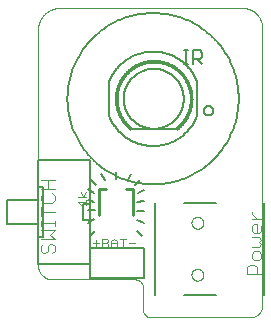
<source format=gto>
G75*
%MOIN*%
%OFA0B0*%
%FSLAX25Y25*%
%IPPOS*%
%LPD*%
%AMOC8*
5,1,8,0,0,1.08239X$1,22.5*
%
%ADD10C,0.00000*%
%ADD11C,0.00800*%
%ADD12C,0.00500*%
%ADD13C,0.00400*%
%ADD14C,0.00100*%
%ADD15C,0.00600*%
%ADD16C,0.01000*%
%ADD17C,0.00300*%
D10*
X0016292Y0013630D02*
X0043885Y0013630D01*
X0043986Y0013628D01*
X0044087Y0013622D01*
X0044188Y0013613D01*
X0044288Y0013599D01*
X0044388Y0013582D01*
X0044487Y0013561D01*
X0044585Y0013536D01*
X0044682Y0013507D01*
X0044778Y0013475D01*
X0044872Y0013439D01*
X0044965Y0013399D01*
X0045057Y0013356D01*
X0045147Y0013309D01*
X0045235Y0013259D01*
X0045321Y0013206D01*
X0045404Y0013149D01*
X0045486Y0013089D01*
X0045565Y0013027D01*
X0045642Y0012961D01*
X0045716Y0012892D01*
X0045788Y0012820D01*
X0045857Y0012746D01*
X0045923Y0012669D01*
X0045985Y0012590D01*
X0046045Y0012508D01*
X0046102Y0012425D01*
X0046155Y0012339D01*
X0046205Y0012251D01*
X0046252Y0012161D01*
X0046295Y0012069D01*
X0046335Y0011976D01*
X0046371Y0011882D01*
X0046403Y0011786D01*
X0046432Y0011689D01*
X0046457Y0011591D01*
X0046478Y0011492D01*
X0046495Y0011392D01*
X0046509Y0011292D01*
X0046518Y0011191D01*
X0046524Y0011090D01*
X0046526Y0010989D01*
X0046526Y0003552D01*
X0046525Y0003552D02*
X0046527Y0003453D01*
X0046533Y0003354D01*
X0046542Y0003256D01*
X0046556Y0003158D01*
X0046573Y0003060D01*
X0046595Y0002963D01*
X0046620Y0002868D01*
X0046648Y0002773D01*
X0046681Y0002679D01*
X0046717Y0002587D01*
X0046757Y0002497D01*
X0046800Y0002407D01*
X0046846Y0002320D01*
X0046896Y0002235D01*
X0046950Y0002151D01*
X0047006Y0002070D01*
X0047066Y0001991D01*
X0047129Y0001915D01*
X0047195Y0001841D01*
X0047263Y0001769D01*
X0047335Y0001701D01*
X0047409Y0001635D01*
X0047485Y0001572D01*
X0047564Y0001512D01*
X0047645Y0001456D01*
X0047729Y0001402D01*
X0047814Y0001352D01*
X0047901Y0001306D01*
X0047991Y0001263D01*
X0048081Y0001223D01*
X0048173Y0001187D01*
X0048267Y0001154D01*
X0048362Y0001126D01*
X0048457Y0001101D01*
X0048554Y0001079D01*
X0048652Y0001062D01*
X0048750Y0001048D01*
X0048848Y0001039D01*
X0048947Y0001033D01*
X0049046Y0001031D01*
X0082588Y0001031D01*
X0082714Y0001045D01*
X0082839Y0001063D01*
X0082964Y0001085D01*
X0083088Y0001110D01*
X0083211Y0001140D01*
X0083333Y0001173D01*
X0083455Y0001210D01*
X0083575Y0001251D01*
X0083693Y0001295D01*
X0083811Y0001343D01*
X0083926Y0001395D01*
X0084040Y0001450D01*
X0084153Y0001508D01*
X0084263Y0001570D01*
X0084372Y0001636D01*
X0084478Y0001704D01*
X0084583Y0001776D01*
X0084685Y0001852D01*
X0084784Y0001930D01*
X0084881Y0002011D01*
X0084976Y0002095D01*
X0085068Y0002182D01*
X0085157Y0002272D01*
X0085244Y0002365D01*
X0085327Y0002460D01*
X0085408Y0002558D01*
X0085486Y0002658D01*
X0085560Y0002761D01*
X0085631Y0002865D01*
X0085699Y0002972D01*
X0085764Y0003081D01*
X0085825Y0003192D01*
X0085883Y0003305D01*
X0085937Y0003419D01*
X0085988Y0003535D01*
X0086035Y0003653D01*
X0086079Y0003772D01*
X0086119Y0003892D01*
X0086155Y0004014D01*
X0086187Y0004136D01*
X0086216Y0004260D01*
X0086241Y0004384D01*
X0086261Y0004509D01*
X0086279Y0004635D01*
X0086292Y0004761D01*
X0086301Y0004887D01*
X0086306Y0005013D01*
X0086308Y0005140D01*
X0086306Y0005267D01*
X0086299Y0005393D01*
X0086289Y0005520D01*
X0086289Y0097463D01*
X0086287Y0097624D01*
X0086281Y0097786D01*
X0086271Y0097947D01*
X0086258Y0098108D01*
X0086240Y0098268D01*
X0086219Y0098428D01*
X0086194Y0098587D01*
X0086165Y0098746D01*
X0086132Y0098904D01*
X0086095Y0099061D01*
X0086054Y0099218D01*
X0086010Y0099373D01*
X0085962Y0099527D01*
X0085910Y0099680D01*
X0085855Y0099831D01*
X0085796Y0099982D01*
X0085733Y0100130D01*
X0085667Y0100278D01*
X0085597Y0100423D01*
X0085524Y0100567D01*
X0085447Y0100709D01*
X0085367Y0100849D01*
X0085284Y0100987D01*
X0085197Y0101123D01*
X0085107Y0101257D01*
X0085013Y0101389D01*
X0084917Y0101518D01*
X0084817Y0101645D01*
X0084715Y0101770D01*
X0084609Y0101892D01*
X0084501Y0102012D01*
X0084389Y0102128D01*
X0084275Y0102242D01*
X0084159Y0102354D01*
X0084039Y0102462D01*
X0083917Y0102568D01*
X0083792Y0102670D01*
X0083665Y0102770D01*
X0083536Y0102866D01*
X0083404Y0102960D01*
X0083270Y0103050D01*
X0083134Y0103137D01*
X0082996Y0103220D01*
X0082856Y0103300D01*
X0082714Y0103377D01*
X0082570Y0103450D01*
X0082425Y0103520D01*
X0082277Y0103586D01*
X0082129Y0103649D01*
X0081978Y0103708D01*
X0081827Y0103763D01*
X0081674Y0103815D01*
X0081520Y0103863D01*
X0081365Y0103907D01*
X0081208Y0103948D01*
X0081051Y0103985D01*
X0080893Y0104018D01*
X0080734Y0104047D01*
X0080575Y0104072D01*
X0080415Y0104093D01*
X0080255Y0104111D01*
X0080094Y0104124D01*
X0079933Y0104134D01*
X0079771Y0104140D01*
X0079610Y0104142D01*
X0018866Y0104142D01*
X0018866Y0104141D02*
X0018688Y0104139D01*
X0018509Y0104132D01*
X0018331Y0104122D01*
X0018154Y0104107D01*
X0017976Y0104087D01*
X0017800Y0104064D01*
X0017624Y0104036D01*
X0017448Y0104004D01*
X0017274Y0103967D01*
X0017100Y0103927D01*
X0016927Y0103882D01*
X0016756Y0103833D01*
X0016585Y0103780D01*
X0016417Y0103723D01*
X0016249Y0103661D01*
X0016083Y0103596D01*
X0015919Y0103527D01*
X0015756Y0103454D01*
X0015595Y0103377D01*
X0015436Y0103296D01*
X0015279Y0103211D01*
X0015125Y0103122D01*
X0014972Y0103030D01*
X0014822Y0102934D01*
X0014674Y0102835D01*
X0014528Y0102732D01*
X0014385Y0102625D01*
X0014245Y0102515D01*
X0014107Y0102402D01*
X0013972Y0102285D01*
X0013840Y0102165D01*
X0013711Y0102042D01*
X0013585Y0101916D01*
X0013462Y0101787D01*
X0013342Y0101655D01*
X0013225Y0101520D01*
X0013112Y0101382D01*
X0013002Y0101242D01*
X0012895Y0101099D01*
X0012792Y0100953D01*
X0012693Y0100805D01*
X0012597Y0100655D01*
X0012505Y0100502D01*
X0012416Y0100348D01*
X0012331Y0100191D01*
X0012250Y0100032D01*
X0012173Y0099871D01*
X0012100Y0099708D01*
X0012031Y0099544D01*
X0011966Y0099378D01*
X0011904Y0099210D01*
X0011847Y0099042D01*
X0011794Y0098871D01*
X0011745Y0098700D01*
X0011700Y0098527D01*
X0011660Y0098353D01*
X0011623Y0098179D01*
X0011591Y0098003D01*
X0011563Y0097827D01*
X0011540Y0097651D01*
X0011520Y0097473D01*
X0011505Y0097296D01*
X0011495Y0097118D01*
X0011488Y0096939D01*
X0011486Y0096761D01*
X0011486Y0018436D01*
X0011488Y0018299D01*
X0011494Y0018162D01*
X0011504Y0018025D01*
X0011517Y0017888D01*
X0011535Y0017752D01*
X0011556Y0017616D01*
X0011582Y0017482D01*
X0011611Y0017347D01*
X0011644Y0017214D01*
X0011681Y0017082D01*
X0011721Y0016951D01*
X0011765Y0016821D01*
X0011813Y0016692D01*
X0011865Y0016565D01*
X0011920Y0016440D01*
X0011979Y0016315D01*
X0012041Y0016193D01*
X0012107Y0016073D01*
X0012176Y0015954D01*
X0012249Y0015838D01*
X0012325Y0015723D01*
X0012404Y0015611D01*
X0012486Y0015501D01*
X0012571Y0015394D01*
X0012660Y0015289D01*
X0012751Y0015186D01*
X0012845Y0015087D01*
X0012943Y0014989D01*
X0013042Y0014895D01*
X0013145Y0014804D01*
X0013250Y0014715D01*
X0013357Y0014630D01*
X0013467Y0014548D01*
X0013579Y0014469D01*
X0013694Y0014393D01*
X0013810Y0014320D01*
X0013929Y0014251D01*
X0014049Y0014185D01*
X0014171Y0014123D01*
X0014296Y0014064D01*
X0014421Y0014009D01*
X0014548Y0013957D01*
X0014677Y0013909D01*
X0014807Y0013865D01*
X0014938Y0013825D01*
X0015070Y0013788D01*
X0015203Y0013755D01*
X0015338Y0013726D01*
X0015472Y0013700D01*
X0015608Y0013679D01*
X0015744Y0013661D01*
X0015881Y0013648D01*
X0016018Y0013638D01*
X0016155Y0013632D01*
X0016292Y0013630D01*
X0062667Y0015205D02*
X0062669Y0015293D01*
X0062675Y0015381D01*
X0062685Y0015469D01*
X0062699Y0015557D01*
X0062716Y0015643D01*
X0062738Y0015729D01*
X0062763Y0015813D01*
X0062793Y0015897D01*
X0062825Y0015979D01*
X0062862Y0016059D01*
X0062902Y0016138D01*
X0062946Y0016215D01*
X0062993Y0016290D01*
X0063043Y0016362D01*
X0063097Y0016433D01*
X0063153Y0016500D01*
X0063213Y0016566D01*
X0063275Y0016628D01*
X0063341Y0016688D01*
X0063408Y0016744D01*
X0063479Y0016798D01*
X0063551Y0016848D01*
X0063626Y0016895D01*
X0063703Y0016939D01*
X0063782Y0016979D01*
X0063862Y0017016D01*
X0063944Y0017048D01*
X0064028Y0017078D01*
X0064112Y0017103D01*
X0064198Y0017125D01*
X0064284Y0017142D01*
X0064372Y0017156D01*
X0064460Y0017166D01*
X0064548Y0017172D01*
X0064636Y0017174D01*
X0064724Y0017172D01*
X0064812Y0017166D01*
X0064900Y0017156D01*
X0064988Y0017142D01*
X0065074Y0017125D01*
X0065160Y0017103D01*
X0065244Y0017078D01*
X0065328Y0017048D01*
X0065410Y0017016D01*
X0065490Y0016979D01*
X0065569Y0016939D01*
X0065646Y0016895D01*
X0065721Y0016848D01*
X0065793Y0016798D01*
X0065864Y0016744D01*
X0065931Y0016688D01*
X0065997Y0016628D01*
X0066059Y0016566D01*
X0066119Y0016500D01*
X0066175Y0016433D01*
X0066229Y0016362D01*
X0066279Y0016290D01*
X0066326Y0016215D01*
X0066370Y0016138D01*
X0066410Y0016059D01*
X0066447Y0015979D01*
X0066479Y0015897D01*
X0066509Y0015813D01*
X0066534Y0015729D01*
X0066556Y0015643D01*
X0066573Y0015557D01*
X0066587Y0015469D01*
X0066597Y0015381D01*
X0066603Y0015293D01*
X0066605Y0015205D01*
X0066603Y0015117D01*
X0066597Y0015029D01*
X0066587Y0014941D01*
X0066573Y0014853D01*
X0066556Y0014767D01*
X0066534Y0014681D01*
X0066509Y0014597D01*
X0066479Y0014513D01*
X0066447Y0014431D01*
X0066410Y0014351D01*
X0066370Y0014272D01*
X0066326Y0014195D01*
X0066279Y0014120D01*
X0066229Y0014048D01*
X0066175Y0013977D01*
X0066119Y0013910D01*
X0066059Y0013844D01*
X0065997Y0013782D01*
X0065931Y0013722D01*
X0065864Y0013666D01*
X0065793Y0013612D01*
X0065721Y0013562D01*
X0065646Y0013515D01*
X0065569Y0013471D01*
X0065490Y0013431D01*
X0065410Y0013394D01*
X0065328Y0013362D01*
X0065244Y0013332D01*
X0065160Y0013307D01*
X0065074Y0013285D01*
X0064988Y0013268D01*
X0064900Y0013254D01*
X0064812Y0013244D01*
X0064724Y0013238D01*
X0064636Y0013236D01*
X0064548Y0013238D01*
X0064460Y0013244D01*
X0064372Y0013254D01*
X0064284Y0013268D01*
X0064198Y0013285D01*
X0064112Y0013307D01*
X0064028Y0013332D01*
X0063944Y0013362D01*
X0063862Y0013394D01*
X0063782Y0013431D01*
X0063703Y0013471D01*
X0063626Y0013515D01*
X0063551Y0013562D01*
X0063479Y0013612D01*
X0063408Y0013666D01*
X0063341Y0013722D01*
X0063275Y0013782D01*
X0063213Y0013844D01*
X0063153Y0013910D01*
X0063097Y0013977D01*
X0063043Y0014048D01*
X0062993Y0014120D01*
X0062946Y0014195D01*
X0062902Y0014272D01*
X0062862Y0014351D01*
X0062825Y0014431D01*
X0062793Y0014513D01*
X0062763Y0014597D01*
X0062738Y0014681D01*
X0062716Y0014767D01*
X0062699Y0014853D01*
X0062685Y0014941D01*
X0062675Y0015029D01*
X0062669Y0015117D01*
X0062667Y0015205D01*
X0062667Y0032528D02*
X0062669Y0032616D01*
X0062675Y0032704D01*
X0062685Y0032792D01*
X0062699Y0032880D01*
X0062716Y0032966D01*
X0062738Y0033052D01*
X0062763Y0033136D01*
X0062793Y0033220D01*
X0062825Y0033302D01*
X0062862Y0033382D01*
X0062902Y0033461D01*
X0062946Y0033538D01*
X0062993Y0033613D01*
X0063043Y0033685D01*
X0063097Y0033756D01*
X0063153Y0033823D01*
X0063213Y0033889D01*
X0063275Y0033951D01*
X0063341Y0034011D01*
X0063408Y0034067D01*
X0063479Y0034121D01*
X0063551Y0034171D01*
X0063626Y0034218D01*
X0063703Y0034262D01*
X0063782Y0034302D01*
X0063862Y0034339D01*
X0063944Y0034371D01*
X0064028Y0034401D01*
X0064112Y0034426D01*
X0064198Y0034448D01*
X0064284Y0034465D01*
X0064372Y0034479D01*
X0064460Y0034489D01*
X0064548Y0034495D01*
X0064636Y0034497D01*
X0064724Y0034495D01*
X0064812Y0034489D01*
X0064900Y0034479D01*
X0064988Y0034465D01*
X0065074Y0034448D01*
X0065160Y0034426D01*
X0065244Y0034401D01*
X0065328Y0034371D01*
X0065410Y0034339D01*
X0065490Y0034302D01*
X0065569Y0034262D01*
X0065646Y0034218D01*
X0065721Y0034171D01*
X0065793Y0034121D01*
X0065864Y0034067D01*
X0065931Y0034011D01*
X0065997Y0033951D01*
X0066059Y0033889D01*
X0066119Y0033823D01*
X0066175Y0033756D01*
X0066229Y0033685D01*
X0066279Y0033613D01*
X0066326Y0033538D01*
X0066370Y0033461D01*
X0066410Y0033382D01*
X0066447Y0033302D01*
X0066479Y0033220D01*
X0066509Y0033136D01*
X0066534Y0033052D01*
X0066556Y0032966D01*
X0066573Y0032880D01*
X0066587Y0032792D01*
X0066597Y0032704D01*
X0066603Y0032616D01*
X0066605Y0032528D01*
X0066603Y0032440D01*
X0066597Y0032352D01*
X0066587Y0032264D01*
X0066573Y0032176D01*
X0066556Y0032090D01*
X0066534Y0032004D01*
X0066509Y0031920D01*
X0066479Y0031836D01*
X0066447Y0031754D01*
X0066410Y0031674D01*
X0066370Y0031595D01*
X0066326Y0031518D01*
X0066279Y0031443D01*
X0066229Y0031371D01*
X0066175Y0031300D01*
X0066119Y0031233D01*
X0066059Y0031167D01*
X0065997Y0031105D01*
X0065931Y0031045D01*
X0065864Y0030989D01*
X0065793Y0030935D01*
X0065721Y0030885D01*
X0065646Y0030838D01*
X0065569Y0030794D01*
X0065490Y0030754D01*
X0065410Y0030717D01*
X0065328Y0030685D01*
X0065244Y0030655D01*
X0065160Y0030630D01*
X0065074Y0030608D01*
X0064988Y0030591D01*
X0064900Y0030577D01*
X0064812Y0030567D01*
X0064724Y0030561D01*
X0064636Y0030559D01*
X0064548Y0030561D01*
X0064460Y0030567D01*
X0064372Y0030577D01*
X0064284Y0030591D01*
X0064198Y0030608D01*
X0064112Y0030630D01*
X0064028Y0030655D01*
X0063944Y0030685D01*
X0063862Y0030717D01*
X0063782Y0030754D01*
X0063703Y0030794D01*
X0063626Y0030838D01*
X0063551Y0030885D01*
X0063479Y0030935D01*
X0063408Y0030989D01*
X0063341Y0031045D01*
X0063275Y0031105D01*
X0063213Y0031167D01*
X0063153Y0031233D01*
X0063097Y0031300D01*
X0063043Y0031371D01*
X0062993Y0031443D01*
X0062946Y0031518D01*
X0062902Y0031595D01*
X0062862Y0031674D01*
X0062825Y0031754D01*
X0062793Y0031836D01*
X0062763Y0031920D01*
X0062738Y0032004D01*
X0062716Y0032090D01*
X0062699Y0032176D01*
X0062685Y0032264D01*
X0062675Y0032352D01*
X0062669Y0032440D01*
X0062667Y0032528D01*
D11*
X0046722Y0024063D02*
X0046722Y0014220D01*
X0029006Y0014220D01*
X0029006Y0024063D01*
X0046722Y0024063D01*
X0042569Y0063866D02*
X0057569Y0063866D01*
X0064439Y0067961D02*
X0064439Y0079772D01*
X0066753Y0069929D02*
X0066755Y0070009D01*
X0066761Y0070089D01*
X0066771Y0070169D01*
X0066785Y0070248D01*
X0066802Y0070326D01*
X0066824Y0070404D01*
X0066849Y0070480D01*
X0066878Y0070555D01*
X0066911Y0070628D01*
X0066948Y0070700D01*
X0066987Y0070769D01*
X0067031Y0070837D01*
X0067077Y0070902D01*
X0067127Y0070965D01*
X0067180Y0071026D01*
X0067235Y0071084D01*
X0067294Y0071139D01*
X0067355Y0071191D01*
X0067419Y0071240D01*
X0067485Y0071285D01*
X0067553Y0071328D01*
X0067623Y0071367D01*
X0067695Y0071402D01*
X0067769Y0071434D01*
X0067844Y0071462D01*
X0067920Y0071487D01*
X0067998Y0071507D01*
X0068077Y0071524D01*
X0068156Y0071537D01*
X0068236Y0071546D01*
X0068316Y0071551D01*
X0068396Y0071552D01*
X0068476Y0071549D01*
X0068556Y0071542D01*
X0068636Y0071531D01*
X0068715Y0071516D01*
X0068793Y0071498D01*
X0068870Y0071475D01*
X0068946Y0071449D01*
X0069020Y0071419D01*
X0069093Y0071385D01*
X0069164Y0071348D01*
X0069233Y0071307D01*
X0069301Y0071263D01*
X0069365Y0071216D01*
X0069428Y0071165D01*
X0069488Y0071112D01*
X0069545Y0071055D01*
X0069599Y0070996D01*
X0069650Y0070934D01*
X0069698Y0070870D01*
X0069743Y0070803D01*
X0069785Y0070735D01*
X0069823Y0070664D01*
X0069858Y0070592D01*
X0069889Y0070517D01*
X0069916Y0070442D01*
X0069939Y0070365D01*
X0069959Y0070287D01*
X0069975Y0070209D01*
X0069987Y0070129D01*
X0069995Y0070049D01*
X0069999Y0069969D01*
X0069999Y0069889D01*
X0069995Y0069809D01*
X0069987Y0069729D01*
X0069975Y0069649D01*
X0069959Y0069571D01*
X0069939Y0069493D01*
X0069916Y0069416D01*
X0069889Y0069341D01*
X0069858Y0069266D01*
X0069823Y0069194D01*
X0069785Y0069123D01*
X0069743Y0069055D01*
X0069698Y0068988D01*
X0069650Y0068924D01*
X0069599Y0068862D01*
X0069545Y0068803D01*
X0069488Y0068746D01*
X0069428Y0068693D01*
X0069365Y0068642D01*
X0069301Y0068595D01*
X0069233Y0068551D01*
X0069164Y0068510D01*
X0069093Y0068473D01*
X0069020Y0068439D01*
X0068946Y0068409D01*
X0068870Y0068383D01*
X0068793Y0068360D01*
X0068715Y0068342D01*
X0068636Y0068327D01*
X0068556Y0068316D01*
X0068476Y0068309D01*
X0068396Y0068306D01*
X0068316Y0068307D01*
X0068236Y0068312D01*
X0068156Y0068321D01*
X0068077Y0068334D01*
X0067998Y0068351D01*
X0067920Y0068371D01*
X0067844Y0068396D01*
X0067769Y0068424D01*
X0067695Y0068456D01*
X0067623Y0068491D01*
X0067553Y0068530D01*
X0067485Y0068573D01*
X0067419Y0068618D01*
X0067355Y0068667D01*
X0067294Y0068719D01*
X0067235Y0068774D01*
X0067180Y0068832D01*
X0067127Y0068893D01*
X0067077Y0068956D01*
X0067031Y0069021D01*
X0066987Y0069089D01*
X0066948Y0069158D01*
X0066911Y0069230D01*
X0066878Y0069303D01*
X0066849Y0069378D01*
X0066824Y0069454D01*
X0066802Y0069532D01*
X0066785Y0069610D01*
X0066771Y0069689D01*
X0066761Y0069769D01*
X0066755Y0069849D01*
X0066753Y0069929D01*
X0049872Y0089614D02*
X0049491Y0089609D01*
X0049111Y0089594D01*
X0048731Y0089570D01*
X0048352Y0089537D01*
X0047974Y0089495D01*
X0047597Y0089444D01*
X0047221Y0089384D01*
X0046846Y0089314D01*
X0046474Y0089236D01*
X0046104Y0089149D01*
X0045735Y0089052D01*
X0045369Y0088947D01*
X0045006Y0088833D01*
X0044646Y0088710D01*
X0044289Y0088579D01*
X0043935Y0088439D01*
X0043584Y0088290D01*
X0043238Y0088133D01*
X0042895Y0087968D01*
X0042556Y0087795D01*
X0042221Y0087613D01*
X0041891Y0087423D01*
X0041566Y0087226D01*
X0041246Y0087020D01*
X0040930Y0086807D01*
X0040620Y0086586D01*
X0040315Y0086358D01*
X0040016Y0086123D01*
X0039723Y0085880D01*
X0039436Y0085631D01*
X0039154Y0085374D01*
X0038879Y0085111D01*
X0038611Y0084842D01*
X0038349Y0084565D01*
X0038094Y0084283D01*
X0037845Y0083994D01*
X0037604Y0083700D01*
X0037370Y0083400D01*
X0037143Y0083094D01*
X0036924Y0082783D01*
X0036712Y0082467D01*
X0036508Y0082145D01*
X0036312Y0081819D01*
X0036124Y0081488D01*
X0035943Y0081153D01*
X0035771Y0080814D01*
X0035608Y0080470D01*
X0035452Y0080123D01*
X0035305Y0079771D01*
X0035305Y0079772D02*
X0035305Y0067961D01*
X0049872Y0089614D02*
X0050253Y0089609D01*
X0050633Y0089594D01*
X0051013Y0089570D01*
X0051392Y0089537D01*
X0051770Y0089495D01*
X0052147Y0089444D01*
X0052523Y0089384D01*
X0052898Y0089314D01*
X0053270Y0089236D01*
X0053640Y0089149D01*
X0054009Y0089052D01*
X0054375Y0088947D01*
X0054738Y0088833D01*
X0055098Y0088710D01*
X0055455Y0088579D01*
X0055809Y0088439D01*
X0056160Y0088290D01*
X0056506Y0088133D01*
X0056849Y0087968D01*
X0057188Y0087795D01*
X0057523Y0087613D01*
X0057853Y0087423D01*
X0058178Y0087226D01*
X0058498Y0087020D01*
X0058814Y0086807D01*
X0059124Y0086586D01*
X0059429Y0086358D01*
X0059728Y0086123D01*
X0060021Y0085880D01*
X0060308Y0085631D01*
X0060590Y0085374D01*
X0060865Y0085111D01*
X0061133Y0084842D01*
X0061395Y0084565D01*
X0061650Y0084283D01*
X0061899Y0083994D01*
X0062140Y0083700D01*
X0062374Y0083400D01*
X0062601Y0083094D01*
X0062820Y0082783D01*
X0063032Y0082467D01*
X0063236Y0082145D01*
X0063432Y0081819D01*
X0063620Y0081488D01*
X0063801Y0081153D01*
X0063973Y0080814D01*
X0064136Y0080470D01*
X0064292Y0080123D01*
X0064439Y0079771D01*
X0049872Y0058118D02*
X0049492Y0058123D01*
X0049111Y0058138D01*
X0048731Y0058162D01*
X0048352Y0058195D01*
X0047974Y0058237D01*
X0047597Y0058288D01*
X0047221Y0058348D01*
X0046847Y0058418D01*
X0046474Y0058496D01*
X0046104Y0058583D01*
X0045735Y0058680D01*
X0045370Y0058785D01*
X0045006Y0058899D01*
X0044646Y0059022D01*
X0044289Y0059153D01*
X0043935Y0059293D01*
X0043584Y0059442D01*
X0043238Y0059599D01*
X0042895Y0059764D01*
X0042556Y0059937D01*
X0042222Y0060119D01*
X0041891Y0060309D01*
X0041566Y0060506D01*
X0041246Y0060712D01*
X0040930Y0060925D01*
X0040620Y0061146D01*
X0040315Y0061374D01*
X0040016Y0061609D01*
X0039723Y0061852D01*
X0039436Y0062101D01*
X0039154Y0062358D01*
X0038879Y0062621D01*
X0038611Y0062891D01*
X0038349Y0063167D01*
X0038093Y0063449D01*
X0037845Y0063738D01*
X0037604Y0064032D01*
X0037370Y0064332D01*
X0037143Y0064638D01*
X0036924Y0064949D01*
X0036712Y0065265D01*
X0036508Y0065587D01*
X0036312Y0065913D01*
X0036124Y0066244D01*
X0035943Y0066579D01*
X0035771Y0066919D01*
X0035608Y0067262D01*
X0035452Y0067610D01*
X0035305Y0067961D01*
X0049872Y0058118D02*
X0050252Y0058123D01*
X0050633Y0058138D01*
X0051013Y0058162D01*
X0051392Y0058195D01*
X0051770Y0058237D01*
X0052147Y0058288D01*
X0052523Y0058348D01*
X0052897Y0058418D01*
X0053270Y0058496D01*
X0053640Y0058583D01*
X0054009Y0058680D01*
X0054374Y0058785D01*
X0054738Y0058899D01*
X0055098Y0059022D01*
X0055455Y0059153D01*
X0055809Y0059293D01*
X0056160Y0059442D01*
X0056506Y0059599D01*
X0056849Y0059764D01*
X0057188Y0059937D01*
X0057522Y0060119D01*
X0057853Y0060309D01*
X0058178Y0060506D01*
X0058498Y0060712D01*
X0058814Y0060925D01*
X0059124Y0061146D01*
X0059429Y0061374D01*
X0059728Y0061609D01*
X0060021Y0061852D01*
X0060308Y0062101D01*
X0060590Y0062358D01*
X0060865Y0062621D01*
X0061133Y0062891D01*
X0061395Y0063167D01*
X0061651Y0063449D01*
X0061899Y0063738D01*
X0062140Y0064032D01*
X0062374Y0064332D01*
X0062601Y0064638D01*
X0062820Y0064949D01*
X0063032Y0065265D01*
X0063236Y0065587D01*
X0063432Y0065913D01*
X0063620Y0066244D01*
X0063801Y0066579D01*
X0063973Y0066919D01*
X0064136Y0067262D01*
X0064292Y0067610D01*
X0064439Y0067961D01*
D12*
X0021329Y0073866D02*
X0021338Y0074566D01*
X0021363Y0075267D01*
X0021406Y0075966D01*
X0021466Y0076664D01*
X0021544Y0077360D01*
X0021638Y0078054D01*
X0021749Y0078746D01*
X0021877Y0079434D01*
X0022023Y0080120D01*
X0022184Y0080801D01*
X0022363Y0081479D01*
X0022558Y0082152D01*
X0022770Y0082819D01*
X0022998Y0083482D01*
X0023242Y0084138D01*
X0023502Y0084789D01*
X0023778Y0085433D01*
X0024069Y0086070D01*
X0024377Y0086699D01*
X0024699Y0087321D01*
X0025037Y0087935D01*
X0025390Y0088540D01*
X0025757Y0089136D01*
X0026139Y0089724D01*
X0026536Y0090301D01*
X0026946Y0090869D01*
X0027370Y0091427D01*
X0027808Y0091973D01*
X0028259Y0092510D01*
X0028723Y0093034D01*
X0029200Y0093548D01*
X0029689Y0094049D01*
X0030190Y0094538D01*
X0030704Y0095015D01*
X0031228Y0095479D01*
X0031765Y0095930D01*
X0032311Y0096368D01*
X0032869Y0096792D01*
X0033437Y0097202D01*
X0034014Y0097599D01*
X0034602Y0097981D01*
X0035198Y0098348D01*
X0035803Y0098701D01*
X0036417Y0099039D01*
X0037039Y0099361D01*
X0037668Y0099669D01*
X0038305Y0099960D01*
X0038949Y0100236D01*
X0039600Y0100496D01*
X0040256Y0100740D01*
X0040919Y0100968D01*
X0041586Y0101180D01*
X0042259Y0101375D01*
X0042937Y0101554D01*
X0043618Y0101715D01*
X0044304Y0101861D01*
X0044992Y0101989D01*
X0045684Y0102100D01*
X0046378Y0102194D01*
X0047074Y0102272D01*
X0047772Y0102332D01*
X0048471Y0102375D01*
X0049172Y0102400D01*
X0049872Y0102409D01*
X0050572Y0102400D01*
X0051273Y0102375D01*
X0051972Y0102332D01*
X0052670Y0102272D01*
X0053366Y0102194D01*
X0054060Y0102100D01*
X0054752Y0101989D01*
X0055440Y0101861D01*
X0056126Y0101715D01*
X0056807Y0101554D01*
X0057485Y0101375D01*
X0058158Y0101180D01*
X0058825Y0100968D01*
X0059488Y0100740D01*
X0060144Y0100496D01*
X0060795Y0100236D01*
X0061439Y0099960D01*
X0062076Y0099669D01*
X0062705Y0099361D01*
X0063327Y0099039D01*
X0063941Y0098701D01*
X0064546Y0098348D01*
X0065142Y0097981D01*
X0065730Y0097599D01*
X0066307Y0097202D01*
X0066875Y0096792D01*
X0067433Y0096368D01*
X0067979Y0095930D01*
X0068516Y0095479D01*
X0069040Y0095015D01*
X0069554Y0094538D01*
X0070055Y0094049D01*
X0070544Y0093548D01*
X0071021Y0093034D01*
X0071485Y0092510D01*
X0071936Y0091973D01*
X0072374Y0091427D01*
X0072798Y0090869D01*
X0073208Y0090301D01*
X0073605Y0089724D01*
X0073987Y0089136D01*
X0074354Y0088540D01*
X0074707Y0087935D01*
X0075045Y0087321D01*
X0075367Y0086699D01*
X0075675Y0086070D01*
X0075966Y0085433D01*
X0076242Y0084789D01*
X0076502Y0084138D01*
X0076746Y0083482D01*
X0076974Y0082819D01*
X0077186Y0082152D01*
X0077381Y0081479D01*
X0077560Y0080801D01*
X0077721Y0080120D01*
X0077867Y0079434D01*
X0077995Y0078746D01*
X0078106Y0078054D01*
X0078200Y0077360D01*
X0078278Y0076664D01*
X0078338Y0075966D01*
X0078381Y0075267D01*
X0078406Y0074566D01*
X0078415Y0073866D01*
X0078406Y0073166D01*
X0078381Y0072465D01*
X0078338Y0071766D01*
X0078278Y0071068D01*
X0078200Y0070372D01*
X0078106Y0069678D01*
X0077995Y0068986D01*
X0077867Y0068298D01*
X0077721Y0067612D01*
X0077560Y0066931D01*
X0077381Y0066253D01*
X0077186Y0065580D01*
X0076974Y0064913D01*
X0076746Y0064250D01*
X0076502Y0063594D01*
X0076242Y0062943D01*
X0075966Y0062299D01*
X0075675Y0061662D01*
X0075367Y0061033D01*
X0075045Y0060411D01*
X0074707Y0059797D01*
X0074354Y0059192D01*
X0073987Y0058596D01*
X0073605Y0058008D01*
X0073208Y0057431D01*
X0072798Y0056863D01*
X0072374Y0056305D01*
X0071936Y0055759D01*
X0071485Y0055222D01*
X0071021Y0054698D01*
X0070544Y0054184D01*
X0070055Y0053683D01*
X0069554Y0053194D01*
X0069040Y0052717D01*
X0068516Y0052253D01*
X0067979Y0051802D01*
X0067433Y0051364D01*
X0066875Y0050940D01*
X0066307Y0050530D01*
X0065730Y0050133D01*
X0065142Y0049751D01*
X0064546Y0049384D01*
X0063941Y0049031D01*
X0063327Y0048693D01*
X0062705Y0048371D01*
X0062076Y0048063D01*
X0061439Y0047772D01*
X0060795Y0047496D01*
X0060144Y0047236D01*
X0059488Y0046992D01*
X0058825Y0046764D01*
X0058158Y0046552D01*
X0057485Y0046357D01*
X0056807Y0046178D01*
X0056126Y0046017D01*
X0055440Y0045871D01*
X0054752Y0045743D01*
X0054060Y0045632D01*
X0053366Y0045538D01*
X0052670Y0045460D01*
X0051972Y0045400D01*
X0051273Y0045357D01*
X0050572Y0045332D01*
X0049872Y0045323D01*
X0049172Y0045332D01*
X0048471Y0045357D01*
X0047772Y0045400D01*
X0047074Y0045460D01*
X0046378Y0045538D01*
X0045684Y0045632D01*
X0044992Y0045743D01*
X0044304Y0045871D01*
X0043618Y0046017D01*
X0042937Y0046178D01*
X0042259Y0046357D01*
X0041586Y0046552D01*
X0040919Y0046764D01*
X0040256Y0046992D01*
X0039600Y0047236D01*
X0038949Y0047496D01*
X0038305Y0047772D01*
X0037668Y0048063D01*
X0037039Y0048371D01*
X0036417Y0048693D01*
X0035803Y0049031D01*
X0035198Y0049384D01*
X0034602Y0049751D01*
X0034014Y0050133D01*
X0033437Y0050530D01*
X0032869Y0050940D01*
X0032311Y0051364D01*
X0031765Y0051802D01*
X0031228Y0052253D01*
X0030704Y0052717D01*
X0030190Y0053194D01*
X0029689Y0053683D01*
X0029200Y0054184D01*
X0028723Y0054698D01*
X0028259Y0055222D01*
X0027808Y0055759D01*
X0027370Y0056305D01*
X0026946Y0056863D01*
X0026536Y0057431D01*
X0026139Y0058008D01*
X0025757Y0058596D01*
X0025390Y0059192D01*
X0025037Y0059797D01*
X0024699Y0060411D01*
X0024377Y0061033D01*
X0024069Y0061662D01*
X0023778Y0062299D01*
X0023502Y0062943D01*
X0023242Y0063594D01*
X0022998Y0064250D01*
X0022770Y0064913D01*
X0022558Y0065580D01*
X0022363Y0066253D01*
X0022184Y0066931D01*
X0022023Y0067612D01*
X0021877Y0068298D01*
X0021749Y0068986D01*
X0021638Y0069678D01*
X0021544Y0070372D01*
X0021466Y0071068D01*
X0021406Y0071766D01*
X0021363Y0072465D01*
X0021338Y0073166D01*
X0021329Y0073866D01*
X0028809Y0053394D02*
X0011486Y0053394D01*
X0011486Y0044339D01*
X0013061Y0044339D01*
X0013061Y0027803D01*
X0011486Y0027803D01*
X0011486Y0032134D01*
X0001250Y0032134D01*
X0001250Y0040008D01*
X0011486Y0040008D01*
X0011486Y0044339D01*
X0011486Y0040008D02*
X0011486Y0032134D01*
X0011486Y0027803D02*
X0011486Y0018748D01*
X0028809Y0018748D01*
X0028809Y0033315D01*
X0026447Y0033315D01*
X0026447Y0038827D01*
X0028809Y0038827D01*
X0028809Y0033315D01*
X0028062Y0032616D02*
X0030344Y0033621D01*
X0030384Y0036858D02*
X0028022Y0036858D01*
X0028809Y0038827D02*
X0028809Y0053394D01*
X0032549Y0048905D02*
X0033730Y0046859D01*
X0030825Y0045078D02*
X0029155Y0046749D01*
X0028180Y0043748D02*
X0030226Y0042567D01*
X0030317Y0039498D02*
X0028035Y0040110D01*
X0030432Y0029819D02*
X0028761Y0028149D01*
X0041407Y0046806D02*
X0042589Y0048852D01*
X0045671Y0046633D02*
X0044000Y0044963D01*
X0044768Y0042370D02*
X0046814Y0043551D01*
X0046879Y0039920D02*
X0044597Y0039308D01*
X0044557Y0036465D02*
X0046919Y0036465D01*
X0044571Y0033417D02*
X0046852Y0032412D01*
X0044672Y0029656D02*
X0046343Y0027986D01*
X0050463Y0032134D02*
X0050463Y0036465D01*
X0050463Y0039220D02*
X0050463Y0008512D01*
X0050463Y0011268D02*
X0050463Y0015598D01*
X0060305Y0008512D02*
X0070935Y0008512D01*
X0086683Y0008512D02*
X0086683Y0039220D01*
X0070935Y0039220D02*
X0060305Y0039220D01*
X0037470Y0047094D02*
X0037470Y0049457D01*
X0060067Y0085520D02*
X0061568Y0085520D01*
X0060818Y0085520D02*
X0060818Y0090024D01*
X0061568Y0090024D02*
X0060067Y0090024D01*
X0063136Y0090024D02*
X0065388Y0090024D01*
X0066139Y0089273D01*
X0066139Y0087772D01*
X0065388Y0087021D01*
X0063136Y0087021D01*
X0063136Y0085520D02*
X0063136Y0090024D01*
X0064637Y0087021D02*
X0066139Y0085520D01*
D13*
X0082823Y0036083D02*
X0082823Y0035316D01*
X0084358Y0033781D01*
X0085893Y0033781D02*
X0082823Y0033781D01*
X0083591Y0032246D02*
X0084358Y0032246D01*
X0084358Y0029177D01*
X0085125Y0029177D02*
X0083591Y0029177D01*
X0082823Y0029944D01*
X0082823Y0031479D01*
X0083591Y0032246D01*
X0085893Y0031479D02*
X0085893Y0029944D01*
X0085125Y0029177D01*
X0085125Y0027642D02*
X0082823Y0027642D01*
X0085125Y0027642D02*
X0085893Y0026875D01*
X0085125Y0026108D01*
X0085893Y0025341D01*
X0085125Y0024573D01*
X0082823Y0024573D01*
X0083591Y0023039D02*
X0082823Y0022271D01*
X0082823Y0020737D01*
X0083591Y0019969D01*
X0085125Y0019969D01*
X0085893Y0020737D01*
X0085893Y0022271D01*
X0085125Y0023039D01*
X0083591Y0023039D01*
X0083591Y0018435D02*
X0082056Y0018435D01*
X0081289Y0017667D01*
X0081289Y0015365D01*
X0085893Y0015365D01*
X0084358Y0015365D02*
X0084358Y0017667D01*
X0083591Y0018435D01*
X0017074Y0023154D02*
X0016306Y0022387D01*
X0017074Y0023154D02*
X0017074Y0024689D01*
X0016306Y0025456D01*
X0015539Y0025456D01*
X0014772Y0024689D01*
X0014772Y0023154D01*
X0014004Y0022387D01*
X0013237Y0022387D01*
X0012470Y0023154D01*
X0012470Y0024689D01*
X0013237Y0025456D01*
X0012470Y0026991D02*
X0017074Y0026991D01*
X0015539Y0028525D01*
X0017074Y0030060D01*
X0012470Y0030060D01*
X0012470Y0031594D02*
X0012470Y0033129D01*
X0012470Y0032362D02*
X0017074Y0032362D01*
X0017074Y0033129D02*
X0017074Y0031594D01*
X0017074Y0036198D02*
X0012470Y0036198D01*
X0012470Y0034664D02*
X0012470Y0037733D01*
X0013237Y0039268D02*
X0016306Y0039268D01*
X0017074Y0040035D01*
X0017074Y0041570D01*
X0016306Y0042337D01*
X0017074Y0043872D02*
X0012470Y0043872D01*
X0013237Y0042337D02*
X0012470Y0041570D01*
X0012470Y0040035D01*
X0013237Y0039268D01*
X0014772Y0043872D02*
X0014772Y0046941D01*
X0012470Y0046941D02*
X0017074Y0046941D01*
D14*
X0057878Y0063537D02*
X0057338Y0064257D01*
X0057339Y0064256D02*
X0057572Y0064437D01*
X0057800Y0064623D01*
X0058024Y0064815D01*
X0058243Y0065012D01*
X0058457Y0065214D01*
X0058666Y0065422D01*
X0058869Y0065635D01*
X0059068Y0065852D01*
X0059261Y0066075D01*
X0059449Y0066302D01*
X0059631Y0066533D01*
X0059808Y0066769D01*
X0059978Y0067010D01*
X0060143Y0067254D01*
X0060301Y0067502D01*
X0060454Y0067754D01*
X0060600Y0068010D01*
X0060740Y0068269D01*
X0060874Y0068532D01*
X0061001Y0068797D01*
X0061122Y0069066D01*
X0061236Y0069338D01*
X0061343Y0069612D01*
X0061444Y0069889D01*
X0061538Y0070168D01*
X0061625Y0070450D01*
X0061705Y0070733D01*
X0061778Y0071019D01*
X0061844Y0071306D01*
X0061903Y0071595D01*
X0061955Y0071885D01*
X0062000Y0072176D01*
X0062038Y0072468D01*
X0062068Y0072761D01*
X0062092Y0073055D01*
X0062108Y0073349D01*
X0062117Y0073643D01*
X0062119Y0073938D01*
X0062113Y0074233D01*
X0062101Y0074527D01*
X0062081Y0074821D01*
X0062054Y0075114D01*
X0062020Y0075407D01*
X0061979Y0075699D01*
X0061930Y0075989D01*
X0061875Y0076279D01*
X0061813Y0076566D01*
X0061743Y0076853D01*
X0061666Y0077137D01*
X0061583Y0077420D01*
X0061493Y0077700D01*
X0061396Y0077978D01*
X0061292Y0078254D01*
X0061181Y0078527D01*
X0061064Y0078797D01*
X0060940Y0079065D01*
X0060810Y0079329D01*
X0060673Y0079590D01*
X0060530Y0079847D01*
X0060380Y0080101D01*
X0060225Y0080352D01*
X0060063Y0080598D01*
X0059896Y0080840D01*
X0059722Y0081078D01*
X0059543Y0081312D01*
X0059358Y0081542D01*
X0059168Y0081766D01*
X0058972Y0081987D01*
X0058771Y0082202D01*
X0058564Y0082412D01*
X0058353Y0082617D01*
X0058136Y0082817D01*
X0057915Y0083012D01*
X0057689Y0083201D01*
X0057459Y0083384D01*
X0057224Y0083562D01*
X0056984Y0083734D01*
X0056741Y0083900D01*
X0056494Y0084060D01*
X0056243Y0084214D01*
X0055988Y0084362D01*
X0055729Y0084504D01*
X0055468Y0084639D01*
X0055203Y0084768D01*
X0054935Y0084890D01*
X0054664Y0085006D01*
X0054390Y0085115D01*
X0054114Y0085217D01*
X0053835Y0085312D01*
X0053554Y0085401D01*
X0053271Y0085483D01*
X0052986Y0085558D01*
X0052699Y0085625D01*
X0052411Y0085686D01*
X0052121Y0085740D01*
X0051830Y0085787D01*
X0051538Y0085826D01*
X0051246Y0085858D01*
X0050952Y0085884D01*
X0050658Y0085902D01*
X0050364Y0085912D01*
X0050069Y0085916D01*
X0049774Y0085912D01*
X0049480Y0085902D01*
X0049186Y0085884D01*
X0048892Y0085858D01*
X0048600Y0085826D01*
X0048308Y0085787D01*
X0048017Y0085740D01*
X0047727Y0085686D01*
X0047439Y0085625D01*
X0047152Y0085558D01*
X0046867Y0085483D01*
X0046584Y0085401D01*
X0046303Y0085312D01*
X0046024Y0085217D01*
X0045748Y0085115D01*
X0045474Y0085006D01*
X0045203Y0084890D01*
X0044935Y0084768D01*
X0044670Y0084639D01*
X0044409Y0084504D01*
X0044150Y0084362D01*
X0043895Y0084214D01*
X0043644Y0084060D01*
X0043397Y0083900D01*
X0043154Y0083734D01*
X0042914Y0083562D01*
X0042679Y0083384D01*
X0042449Y0083201D01*
X0042223Y0083012D01*
X0042002Y0082817D01*
X0041785Y0082617D01*
X0041574Y0082412D01*
X0041367Y0082202D01*
X0041166Y0081987D01*
X0040970Y0081766D01*
X0040780Y0081542D01*
X0040595Y0081312D01*
X0040416Y0081078D01*
X0040242Y0080840D01*
X0040075Y0080598D01*
X0039913Y0080352D01*
X0039758Y0080101D01*
X0039608Y0079847D01*
X0039465Y0079590D01*
X0039328Y0079329D01*
X0039198Y0079065D01*
X0039074Y0078797D01*
X0038957Y0078527D01*
X0038846Y0078254D01*
X0038742Y0077978D01*
X0038645Y0077700D01*
X0038555Y0077420D01*
X0038472Y0077137D01*
X0038395Y0076853D01*
X0038325Y0076566D01*
X0038263Y0076279D01*
X0038208Y0075989D01*
X0038159Y0075699D01*
X0038118Y0075407D01*
X0038084Y0075114D01*
X0038057Y0074821D01*
X0038037Y0074527D01*
X0038025Y0074233D01*
X0038019Y0073938D01*
X0038021Y0073643D01*
X0038030Y0073349D01*
X0038046Y0073055D01*
X0038070Y0072761D01*
X0038100Y0072468D01*
X0038138Y0072176D01*
X0038183Y0071885D01*
X0038235Y0071595D01*
X0038294Y0071306D01*
X0038360Y0071019D01*
X0038433Y0070733D01*
X0038513Y0070450D01*
X0038600Y0070168D01*
X0038694Y0069889D01*
X0038795Y0069612D01*
X0038902Y0069338D01*
X0039016Y0069066D01*
X0039137Y0068797D01*
X0039264Y0068532D01*
X0039398Y0068269D01*
X0039538Y0068010D01*
X0039684Y0067754D01*
X0039837Y0067502D01*
X0039995Y0067254D01*
X0040160Y0067010D01*
X0040330Y0066769D01*
X0040507Y0066533D01*
X0040689Y0066302D01*
X0040877Y0066075D01*
X0041070Y0065852D01*
X0041269Y0065635D01*
X0041472Y0065422D01*
X0041681Y0065214D01*
X0041895Y0065012D01*
X0042114Y0064815D01*
X0042338Y0064623D01*
X0042566Y0064437D01*
X0042799Y0064256D01*
X0042260Y0063537D01*
X0042259Y0063536D01*
X0042009Y0063730D01*
X0041763Y0063930D01*
X0041523Y0064136D01*
X0041288Y0064348D01*
X0041058Y0064566D01*
X0040833Y0064789D01*
X0040614Y0065017D01*
X0040400Y0065251D01*
X0040192Y0065490D01*
X0039990Y0065734D01*
X0039795Y0065983D01*
X0039605Y0066237D01*
X0039422Y0066495D01*
X0039245Y0066757D01*
X0039074Y0067024D01*
X0038910Y0067295D01*
X0038753Y0067570D01*
X0038602Y0067848D01*
X0038458Y0068131D01*
X0038322Y0068416D01*
X0038192Y0068705D01*
X0038069Y0068997D01*
X0037954Y0069292D01*
X0037846Y0069589D01*
X0037745Y0069890D01*
X0037651Y0070192D01*
X0037565Y0070497D01*
X0037486Y0070804D01*
X0037415Y0071112D01*
X0037352Y0071422D01*
X0037296Y0071734D01*
X0037247Y0072047D01*
X0037207Y0072361D01*
X0037174Y0072676D01*
X0037149Y0072992D01*
X0037131Y0073308D01*
X0037121Y0073624D01*
X0037119Y0073941D01*
X0037125Y0074258D01*
X0037138Y0074574D01*
X0037160Y0074890D01*
X0037188Y0075205D01*
X0037225Y0075520D01*
X0037269Y0075833D01*
X0037321Y0076146D01*
X0037381Y0076457D01*
X0037448Y0076766D01*
X0037523Y0077074D01*
X0037605Y0077380D01*
X0037694Y0077683D01*
X0037791Y0077985D01*
X0037896Y0078284D01*
X0038008Y0078580D01*
X0038126Y0078874D01*
X0038252Y0079164D01*
X0038385Y0079451D01*
X0038526Y0079736D01*
X0038673Y0080016D01*
X0038826Y0080293D01*
X0038987Y0080566D01*
X0039154Y0080835D01*
X0039328Y0081100D01*
X0039508Y0081360D01*
X0039694Y0081616D01*
X0039887Y0081867D01*
X0040085Y0082114D01*
X0040290Y0082356D01*
X0040500Y0082592D01*
X0040717Y0082824D01*
X0040939Y0083049D01*
X0041166Y0083270D01*
X0041398Y0083485D01*
X0041636Y0083694D01*
X0041879Y0083897D01*
X0042127Y0084095D01*
X0042379Y0084286D01*
X0042636Y0084471D01*
X0042898Y0084649D01*
X0043164Y0084821D01*
X0043433Y0084987D01*
X0043707Y0085146D01*
X0043985Y0085298D01*
X0044266Y0085443D01*
X0044551Y0085582D01*
X0044839Y0085713D01*
X0045131Y0085837D01*
X0045425Y0085955D01*
X0045722Y0086065D01*
X0046021Y0086167D01*
X0046323Y0086262D01*
X0046627Y0086350D01*
X0046934Y0086431D01*
X0047242Y0086504D01*
X0047552Y0086569D01*
X0047863Y0086627D01*
X0048176Y0086677D01*
X0048490Y0086719D01*
X0048804Y0086754D01*
X0049120Y0086781D01*
X0049436Y0086801D01*
X0049752Y0086812D01*
X0050069Y0086816D01*
X0050386Y0086812D01*
X0050702Y0086801D01*
X0051018Y0086781D01*
X0051334Y0086754D01*
X0051648Y0086719D01*
X0051962Y0086677D01*
X0052275Y0086627D01*
X0052586Y0086569D01*
X0052896Y0086504D01*
X0053204Y0086431D01*
X0053511Y0086350D01*
X0053815Y0086262D01*
X0054117Y0086167D01*
X0054416Y0086065D01*
X0054713Y0085955D01*
X0055007Y0085837D01*
X0055299Y0085713D01*
X0055587Y0085582D01*
X0055872Y0085443D01*
X0056153Y0085298D01*
X0056431Y0085146D01*
X0056705Y0084987D01*
X0056974Y0084821D01*
X0057240Y0084649D01*
X0057502Y0084471D01*
X0057759Y0084286D01*
X0058011Y0084095D01*
X0058259Y0083897D01*
X0058502Y0083694D01*
X0058740Y0083485D01*
X0058972Y0083270D01*
X0059199Y0083049D01*
X0059421Y0082824D01*
X0059638Y0082592D01*
X0059848Y0082356D01*
X0060053Y0082114D01*
X0060251Y0081867D01*
X0060444Y0081616D01*
X0060630Y0081360D01*
X0060810Y0081100D01*
X0060984Y0080835D01*
X0061151Y0080566D01*
X0061312Y0080293D01*
X0061465Y0080016D01*
X0061612Y0079736D01*
X0061753Y0079451D01*
X0061886Y0079164D01*
X0062012Y0078874D01*
X0062130Y0078580D01*
X0062242Y0078284D01*
X0062347Y0077985D01*
X0062444Y0077683D01*
X0062533Y0077380D01*
X0062615Y0077074D01*
X0062690Y0076766D01*
X0062757Y0076457D01*
X0062817Y0076146D01*
X0062869Y0075833D01*
X0062913Y0075520D01*
X0062950Y0075205D01*
X0062978Y0074890D01*
X0063000Y0074574D01*
X0063013Y0074258D01*
X0063019Y0073941D01*
X0063017Y0073624D01*
X0063007Y0073308D01*
X0062989Y0072992D01*
X0062964Y0072676D01*
X0062931Y0072361D01*
X0062891Y0072047D01*
X0062842Y0071734D01*
X0062786Y0071422D01*
X0062723Y0071112D01*
X0062652Y0070804D01*
X0062573Y0070497D01*
X0062487Y0070192D01*
X0062393Y0069890D01*
X0062292Y0069589D01*
X0062184Y0069292D01*
X0062069Y0068997D01*
X0061946Y0068705D01*
X0061816Y0068416D01*
X0061680Y0068131D01*
X0061536Y0067848D01*
X0061385Y0067570D01*
X0061228Y0067295D01*
X0061064Y0067024D01*
X0060893Y0066757D01*
X0060716Y0066495D01*
X0060533Y0066237D01*
X0060343Y0065983D01*
X0060148Y0065734D01*
X0059946Y0065490D01*
X0059738Y0065251D01*
X0059524Y0065017D01*
X0059305Y0064789D01*
X0059080Y0064566D01*
X0058850Y0064348D01*
X0058615Y0064136D01*
X0058375Y0063930D01*
X0058129Y0063730D01*
X0057879Y0063536D01*
X0057823Y0063611D01*
X0058071Y0063804D01*
X0058315Y0064003D01*
X0058553Y0064207D01*
X0058787Y0064417D01*
X0059015Y0064633D01*
X0059238Y0064855D01*
X0059456Y0065082D01*
X0059668Y0065314D01*
X0059874Y0065551D01*
X0060075Y0065793D01*
X0060269Y0066041D01*
X0060457Y0066292D01*
X0060639Y0066549D01*
X0060815Y0066809D01*
X0060984Y0067074D01*
X0061147Y0067343D01*
X0061303Y0067616D01*
X0061453Y0067892D01*
X0061595Y0068172D01*
X0061731Y0068456D01*
X0061860Y0068743D01*
X0061982Y0069033D01*
X0062096Y0069325D01*
X0062204Y0069621D01*
X0062304Y0069919D01*
X0062397Y0070219D01*
X0062482Y0070522D01*
X0062560Y0070826D01*
X0062631Y0071132D01*
X0062694Y0071440D01*
X0062750Y0071750D01*
X0062798Y0072060D01*
X0062838Y0072372D01*
X0062871Y0072685D01*
X0062896Y0072998D01*
X0062913Y0073312D01*
X0062923Y0073626D01*
X0062925Y0073941D01*
X0062919Y0074255D01*
X0062906Y0074569D01*
X0062885Y0074883D01*
X0062856Y0075196D01*
X0062820Y0075508D01*
X0062776Y0075819D01*
X0062724Y0076129D01*
X0062665Y0076438D01*
X0062598Y0076745D01*
X0062524Y0077051D01*
X0062443Y0077354D01*
X0062354Y0077656D01*
X0062257Y0077955D01*
X0062154Y0078252D01*
X0062043Y0078546D01*
X0061925Y0078837D01*
X0061800Y0079126D01*
X0061668Y0079411D01*
X0061529Y0079693D01*
X0061383Y0079971D01*
X0061230Y0080246D01*
X0061071Y0080517D01*
X0060905Y0080784D01*
X0060732Y0081047D01*
X0060554Y0081306D01*
X0060369Y0081560D01*
X0060177Y0081809D01*
X0059980Y0082054D01*
X0059777Y0082294D01*
X0059568Y0082529D01*
X0059353Y0082759D01*
X0059133Y0082983D01*
X0058908Y0083202D01*
X0058677Y0083415D01*
X0058441Y0083623D01*
X0058199Y0083825D01*
X0057954Y0084020D01*
X0057703Y0084210D01*
X0057448Y0084394D01*
X0057188Y0084571D01*
X0056924Y0084742D01*
X0056656Y0084906D01*
X0056384Y0085064D01*
X0056109Y0085215D01*
X0055829Y0085359D01*
X0055547Y0085497D01*
X0055261Y0085627D01*
X0054972Y0085751D01*
X0054679Y0085867D01*
X0054385Y0085976D01*
X0054087Y0086078D01*
X0053788Y0086172D01*
X0053485Y0086260D01*
X0053181Y0086340D01*
X0052876Y0086412D01*
X0052568Y0086477D01*
X0052259Y0086534D01*
X0051948Y0086584D01*
X0051637Y0086626D01*
X0051324Y0086661D01*
X0051011Y0086687D01*
X0050697Y0086707D01*
X0050383Y0086718D01*
X0050069Y0086722D01*
X0049755Y0086718D01*
X0049441Y0086707D01*
X0049127Y0086687D01*
X0048814Y0086661D01*
X0048501Y0086626D01*
X0048190Y0086584D01*
X0047879Y0086534D01*
X0047570Y0086477D01*
X0047262Y0086412D01*
X0046957Y0086340D01*
X0046653Y0086260D01*
X0046350Y0086172D01*
X0046051Y0086078D01*
X0045753Y0085976D01*
X0045459Y0085867D01*
X0045166Y0085751D01*
X0044877Y0085627D01*
X0044591Y0085497D01*
X0044309Y0085359D01*
X0044029Y0085215D01*
X0043754Y0085064D01*
X0043482Y0084906D01*
X0043214Y0084742D01*
X0042950Y0084571D01*
X0042690Y0084394D01*
X0042435Y0084210D01*
X0042184Y0084020D01*
X0041939Y0083825D01*
X0041697Y0083623D01*
X0041461Y0083415D01*
X0041230Y0083202D01*
X0041005Y0082983D01*
X0040785Y0082759D01*
X0040570Y0082529D01*
X0040361Y0082294D01*
X0040158Y0082054D01*
X0039961Y0081809D01*
X0039769Y0081560D01*
X0039584Y0081306D01*
X0039406Y0081047D01*
X0039233Y0080784D01*
X0039067Y0080517D01*
X0038908Y0080246D01*
X0038755Y0079971D01*
X0038609Y0079693D01*
X0038470Y0079411D01*
X0038338Y0079126D01*
X0038213Y0078837D01*
X0038095Y0078546D01*
X0037984Y0078252D01*
X0037881Y0077955D01*
X0037784Y0077656D01*
X0037695Y0077354D01*
X0037614Y0077051D01*
X0037540Y0076745D01*
X0037473Y0076438D01*
X0037414Y0076129D01*
X0037362Y0075819D01*
X0037318Y0075508D01*
X0037282Y0075196D01*
X0037253Y0074883D01*
X0037232Y0074569D01*
X0037219Y0074255D01*
X0037213Y0073941D01*
X0037215Y0073626D01*
X0037225Y0073312D01*
X0037242Y0072998D01*
X0037267Y0072685D01*
X0037300Y0072372D01*
X0037340Y0072060D01*
X0037388Y0071750D01*
X0037444Y0071440D01*
X0037507Y0071132D01*
X0037578Y0070826D01*
X0037656Y0070522D01*
X0037741Y0070219D01*
X0037834Y0069919D01*
X0037934Y0069621D01*
X0038042Y0069325D01*
X0038156Y0069033D01*
X0038278Y0068743D01*
X0038407Y0068456D01*
X0038543Y0068172D01*
X0038685Y0067892D01*
X0038835Y0067616D01*
X0038991Y0067343D01*
X0039154Y0067074D01*
X0039323Y0066809D01*
X0039499Y0066549D01*
X0039681Y0066292D01*
X0039869Y0066041D01*
X0040063Y0065793D01*
X0040264Y0065551D01*
X0040470Y0065314D01*
X0040682Y0065082D01*
X0040900Y0064855D01*
X0041123Y0064633D01*
X0041351Y0064417D01*
X0041585Y0064207D01*
X0041823Y0064003D01*
X0042067Y0063804D01*
X0042315Y0063611D01*
X0042372Y0063686D01*
X0042125Y0063878D01*
X0041883Y0064075D01*
X0041646Y0064278D01*
X0041415Y0064487D01*
X0041188Y0064701D01*
X0040966Y0064921D01*
X0040750Y0065146D01*
X0040540Y0065377D01*
X0040335Y0065612D01*
X0040136Y0065853D01*
X0039943Y0066098D01*
X0039757Y0066348D01*
X0039576Y0066602D01*
X0039401Y0066861D01*
X0039233Y0067124D01*
X0039072Y0067391D01*
X0038917Y0067662D01*
X0038768Y0067936D01*
X0038627Y0068214D01*
X0038492Y0068496D01*
X0038364Y0068780D01*
X0038243Y0069068D01*
X0038129Y0069359D01*
X0038023Y0069652D01*
X0037923Y0069948D01*
X0037831Y0070246D01*
X0037746Y0070546D01*
X0037669Y0070849D01*
X0037599Y0071153D01*
X0037536Y0071458D01*
X0037481Y0071765D01*
X0037433Y0072074D01*
X0037393Y0072383D01*
X0037361Y0072694D01*
X0037336Y0073005D01*
X0037319Y0073316D01*
X0037309Y0073628D01*
X0037307Y0073940D01*
X0037313Y0074252D01*
X0037326Y0074564D01*
X0037347Y0074875D01*
X0037375Y0075186D01*
X0037412Y0075496D01*
X0037455Y0075805D01*
X0037506Y0076113D01*
X0037565Y0076420D01*
X0037631Y0076724D01*
X0037705Y0077028D01*
X0037786Y0077329D01*
X0037874Y0077628D01*
X0037970Y0077925D01*
X0038073Y0078220D01*
X0038183Y0078512D01*
X0038300Y0078801D01*
X0038424Y0079088D01*
X0038555Y0079371D01*
X0038693Y0079651D01*
X0038838Y0079927D01*
X0038990Y0080200D01*
X0039148Y0080469D01*
X0039313Y0080734D01*
X0039484Y0080995D01*
X0039661Y0081251D01*
X0039845Y0081504D01*
X0040035Y0081751D01*
X0040230Y0081994D01*
X0040432Y0082233D01*
X0040640Y0082466D01*
X0040853Y0082694D01*
X0041071Y0082916D01*
X0041295Y0083134D01*
X0041524Y0083345D01*
X0041759Y0083551D01*
X0041998Y0083752D01*
X0042242Y0083946D01*
X0042491Y0084134D01*
X0042744Y0084317D01*
X0043002Y0084493D01*
X0043264Y0084662D01*
X0043530Y0084825D01*
X0043800Y0084982D01*
X0044074Y0085132D01*
X0044351Y0085275D01*
X0044631Y0085412D01*
X0044915Y0085541D01*
X0045202Y0085664D01*
X0045492Y0085779D01*
X0045785Y0085887D01*
X0046080Y0085989D01*
X0046378Y0086083D01*
X0046678Y0086169D01*
X0046979Y0086248D01*
X0047283Y0086320D01*
X0047588Y0086385D01*
X0047895Y0086442D01*
X0048203Y0086491D01*
X0048513Y0086533D01*
X0048823Y0086567D01*
X0049134Y0086594D01*
X0049445Y0086613D01*
X0049757Y0086624D01*
X0050069Y0086628D01*
X0050381Y0086624D01*
X0050693Y0086613D01*
X0051004Y0086594D01*
X0051315Y0086567D01*
X0051625Y0086533D01*
X0051935Y0086491D01*
X0052243Y0086442D01*
X0052550Y0086385D01*
X0052855Y0086320D01*
X0053159Y0086248D01*
X0053460Y0086169D01*
X0053760Y0086083D01*
X0054058Y0085989D01*
X0054353Y0085887D01*
X0054646Y0085779D01*
X0054936Y0085664D01*
X0055223Y0085541D01*
X0055507Y0085412D01*
X0055787Y0085275D01*
X0056064Y0085132D01*
X0056338Y0084982D01*
X0056608Y0084825D01*
X0056874Y0084662D01*
X0057136Y0084493D01*
X0057394Y0084317D01*
X0057647Y0084134D01*
X0057896Y0083946D01*
X0058140Y0083752D01*
X0058379Y0083551D01*
X0058614Y0083345D01*
X0058843Y0083134D01*
X0059067Y0082916D01*
X0059285Y0082694D01*
X0059498Y0082466D01*
X0059706Y0082233D01*
X0059908Y0081994D01*
X0060103Y0081751D01*
X0060293Y0081504D01*
X0060477Y0081251D01*
X0060654Y0080995D01*
X0060825Y0080734D01*
X0060990Y0080469D01*
X0061148Y0080200D01*
X0061300Y0079927D01*
X0061445Y0079651D01*
X0061583Y0079371D01*
X0061714Y0079088D01*
X0061838Y0078801D01*
X0061955Y0078512D01*
X0062065Y0078220D01*
X0062168Y0077925D01*
X0062264Y0077628D01*
X0062352Y0077329D01*
X0062433Y0077028D01*
X0062507Y0076724D01*
X0062573Y0076420D01*
X0062632Y0076113D01*
X0062683Y0075805D01*
X0062726Y0075496D01*
X0062763Y0075186D01*
X0062791Y0074875D01*
X0062812Y0074564D01*
X0062825Y0074252D01*
X0062831Y0073940D01*
X0062829Y0073628D01*
X0062819Y0073316D01*
X0062802Y0073005D01*
X0062777Y0072694D01*
X0062745Y0072383D01*
X0062705Y0072074D01*
X0062657Y0071765D01*
X0062602Y0071458D01*
X0062539Y0071153D01*
X0062469Y0070849D01*
X0062392Y0070546D01*
X0062307Y0070246D01*
X0062215Y0069948D01*
X0062115Y0069652D01*
X0062009Y0069359D01*
X0061895Y0069068D01*
X0061774Y0068780D01*
X0061646Y0068496D01*
X0061511Y0068214D01*
X0061370Y0067936D01*
X0061221Y0067662D01*
X0061066Y0067391D01*
X0060905Y0067124D01*
X0060737Y0066861D01*
X0060562Y0066602D01*
X0060381Y0066348D01*
X0060195Y0066098D01*
X0060002Y0065853D01*
X0059803Y0065612D01*
X0059598Y0065377D01*
X0059388Y0065146D01*
X0059172Y0064921D01*
X0058950Y0064701D01*
X0058723Y0064487D01*
X0058492Y0064278D01*
X0058255Y0064075D01*
X0058013Y0063878D01*
X0057766Y0063686D01*
X0057710Y0063762D01*
X0057955Y0063952D01*
X0058195Y0064147D01*
X0058430Y0064349D01*
X0058660Y0064556D01*
X0058885Y0064769D01*
X0059105Y0064987D01*
X0059319Y0065211D01*
X0059528Y0065440D01*
X0059731Y0065673D01*
X0059929Y0065912D01*
X0060120Y0066155D01*
X0060306Y0066404D01*
X0060485Y0066656D01*
X0060658Y0066913D01*
X0060825Y0067174D01*
X0060986Y0067439D01*
X0061139Y0067708D01*
X0061287Y0067980D01*
X0061427Y0068256D01*
X0061561Y0068536D01*
X0061688Y0068818D01*
X0061808Y0069104D01*
X0061921Y0069392D01*
X0062027Y0069683D01*
X0062125Y0069977D01*
X0062217Y0070273D01*
X0062301Y0070571D01*
X0062378Y0070871D01*
X0062447Y0071173D01*
X0062510Y0071476D01*
X0062564Y0071781D01*
X0062612Y0072087D01*
X0062651Y0072395D01*
X0062683Y0072703D01*
X0062708Y0073011D01*
X0062725Y0073321D01*
X0062735Y0073630D01*
X0062737Y0073940D01*
X0062731Y0074250D01*
X0062718Y0074559D01*
X0062697Y0074868D01*
X0062669Y0075177D01*
X0062633Y0075484D01*
X0062590Y0075791D01*
X0062539Y0076097D01*
X0062481Y0076401D01*
X0062415Y0076704D01*
X0062342Y0077005D01*
X0062262Y0077304D01*
X0062174Y0077601D01*
X0062079Y0077896D01*
X0061977Y0078188D01*
X0061868Y0078478D01*
X0061751Y0078765D01*
X0061628Y0079049D01*
X0061498Y0079330D01*
X0061361Y0079608D01*
X0061217Y0079882D01*
X0061067Y0080153D01*
X0060910Y0080420D01*
X0060746Y0080683D01*
X0060576Y0080942D01*
X0060400Y0081197D01*
X0060218Y0081448D01*
X0060029Y0081693D01*
X0059835Y0081935D01*
X0059635Y0082171D01*
X0059429Y0082402D01*
X0059217Y0082629D01*
X0059000Y0082850D01*
X0058778Y0083065D01*
X0058551Y0083276D01*
X0058318Y0083480D01*
X0058080Y0083679D01*
X0057838Y0083872D01*
X0057591Y0084059D01*
X0057340Y0084240D01*
X0057084Y0084414D01*
X0056824Y0084583D01*
X0056560Y0084745D01*
X0056292Y0084900D01*
X0056020Y0085049D01*
X0055745Y0085191D01*
X0055466Y0085327D01*
X0055185Y0085455D01*
X0054900Y0085577D01*
X0054612Y0085691D01*
X0054321Y0085799D01*
X0054028Y0085899D01*
X0053733Y0085993D01*
X0053435Y0086079D01*
X0053136Y0086157D01*
X0052834Y0086228D01*
X0052531Y0086292D01*
X0052227Y0086349D01*
X0051921Y0086398D01*
X0051614Y0086439D01*
X0051306Y0086473D01*
X0050997Y0086500D01*
X0050688Y0086519D01*
X0050379Y0086530D01*
X0050069Y0086534D01*
X0049759Y0086530D01*
X0049450Y0086519D01*
X0049141Y0086500D01*
X0048832Y0086473D01*
X0048524Y0086439D01*
X0048217Y0086398D01*
X0047911Y0086349D01*
X0047607Y0086292D01*
X0047304Y0086228D01*
X0047002Y0086157D01*
X0046703Y0086079D01*
X0046405Y0085993D01*
X0046110Y0085899D01*
X0045817Y0085799D01*
X0045526Y0085691D01*
X0045238Y0085577D01*
X0044953Y0085455D01*
X0044672Y0085327D01*
X0044393Y0085191D01*
X0044118Y0085049D01*
X0043846Y0084900D01*
X0043578Y0084745D01*
X0043314Y0084583D01*
X0043054Y0084414D01*
X0042798Y0084240D01*
X0042547Y0084059D01*
X0042300Y0083872D01*
X0042058Y0083679D01*
X0041820Y0083480D01*
X0041587Y0083276D01*
X0041360Y0083065D01*
X0041138Y0082850D01*
X0040921Y0082629D01*
X0040709Y0082402D01*
X0040503Y0082171D01*
X0040303Y0081935D01*
X0040109Y0081693D01*
X0039920Y0081448D01*
X0039738Y0081197D01*
X0039562Y0080942D01*
X0039392Y0080683D01*
X0039228Y0080420D01*
X0039071Y0080153D01*
X0038921Y0079882D01*
X0038777Y0079608D01*
X0038640Y0079330D01*
X0038510Y0079049D01*
X0038387Y0078765D01*
X0038270Y0078478D01*
X0038161Y0078188D01*
X0038059Y0077896D01*
X0037964Y0077601D01*
X0037876Y0077304D01*
X0037796Y0077005D01*
X0037723Y0076704D01*
X0037657Y0076401D01*
X0037599Y0076097D01*
X0037548Y0075791D01*
X0037505Y0075484D01*
X0037469Y0075177D01*
X0037441Y0074868D01*
X0037420Y0074559D01*
X0037407Y0074250D01*
X0037401Y0073940D01*
X0037403Y0073630D01*
X0037413Y0073321D01*
X0037430Y0073011D01*
X0037455Y0072703D01*
X0037487Y0072395D01*
X0037526Y0072087D01*
X0037574Y0071781D01*
X0037628Y0071476D01*
X0037691Y0071173D01*
X0037760Y0070871D01*
X0037837Y0070571D01*
X0037921Y0070273D01*
X0038013Y0069977D01*
X0038111Y0069683D01*
X0038217Y0069392D01*
X0038330Y0069104D01*
X0038450Y0068818D01*
X0038577Y0068536D01*
X0038711Y0068256D01*
X0038851Y0067980D01*
X0038999Y0067708D01*
X0039152Y0067439D01*
X0039313Y0067174D01*
X0039480Y0066913D01*
X0039653Y0066656D01*
X0039832Y0066404D01*
X0040018Y0066155D01*
X0040209Y0065912D01*
X0040407Y0065673D01*
X0040610Y0065440D01*
X0040819Y0065211D01*
X0041033Y0064987D01*
X0041253Y0064769D01*
X0041478Y0064556D01*
X0041708Y0064349D01*
X0041943Y0064147D01*
X0042183Y0063952D01*
X0042428Y0063762D01*
X0042485Y0063837D01*
X0042242Y0064025D01*
X0042003Y0064220D01*
X0041770Y0064420D01*
X0041542Y0064625D01*
X0041318Y0064837D01*
X0041100Y0065053D01*
X0040887Y0065275D01*
X0040680Y0065502D01*
X0040478Y0065734D01*
X0040282Y0065971D01*
X0040092Y0066213D01*
X0039908Y0066459D01*
X0039730Y0066710D01*
X0039558Y0066965D01*
X0039393Y0067224D01*
X0039233Y0067487D01*
X0039081Y0067754D01*
X0038934Y0068024D01*
X0038795Y0068298D01*
X0038662Y0068575D01*
X0038536Y0068856D01*
X0038417Y0069139D01*
X0038305Y0069426D01*
X0038200Y0069715D01*
X0038102Y0070006D01*
X0038011Y0070300D01*
X0037928Y0070596D01*
X0037851Y0070893D01*
X0037782Y0071193D01*
X0037721Y0071494D01*
X0037666Y0071797D01*
X0037620Y0072101D01*
X0037580Y0072406D01*
X0037548Y0072711D01*
X0037524Y0073018D01*
X0037507Y0073325D01*
X0037497Y0073632D01*
X0037495Y0073940D01*
X0037501Y0074247D01*
X0037514Y0074554D01*
X0037534Y0074861D01*
X0037563Y0075167D01*
X0037598Y0075473D01*
X0037641Y0075777D01*
X0037692Y0076080D01*
X0037749Y0076382D01*
X0037815Y0076683D01*
X0037887Y0076982D01*
X0037967Y0077278D01*
X0038054Y0077573D01*
X0038148Y0077866D01*
X0038250Y0078156D01*
X0038358Y0078444D01*
X0038473Y0078729D01*
X0038596Y0079011D01*
X0038725Y0079290D01*
X0038861Y0079566D01*
X0039004Y0079838D01*
X0039153Y0080107D01*
X0039309Y0080372D01*
X0039471Y0080633D01*
X0039640Y0080890D01*
X0039815Y0081143D01*
X0039996Y0081391D01*
X0040183Y0081635D01*
X0040376Y0081875D01*
X0040574Y0082109D01*
X0040779Y0082339D01*
X0040989Y0082564D01*
X0041204Y0082783D01*
X0041425Y0082997D01*
X0041650Y0083206D01*
X0041881Y0083409D01*
X0042117Y0083606D01*
X0042358Y0083798D01*
X0042603Y0083983D01*
X0042852Y0084163D01*
X0043106Y0084336D01*
X0043364Y0084503D01*
X0043626Y0084664D01*
X0043892Y0084818D01*
X0044162Y0084966D01*
X0044435Y0085107D01*
X0044712Y0085242D01*
X0044991Y0085369D01*
X0045274Y0085490D01*
X0045560Y0085604D01*
X0045848Y0085710D01*
X0046139Y0085810D01*
X0046432Y0085903D01*
X0046728Y0085988D01*
X0047025Y0086066D01*
X0047324Y0086137D01*
X0047625Y0086200D01*
X0047927Y0086256D01*
X0048231Y0086305D01*
X0048536Y0086346D01*
X0048841Y0086380D01*
X0049147Y0086406D01*
X0049454Y0086425D01*
X0049762Y0086436D01*
X0050069Y0086440D01*
X0050376Y0086436D01*
X0050684Y0086425D01*
X0050991Y0086406D01*
X0051297Y0086380D01*
X0051602Y0086346D01*
X0051907Y0086305D01*
X0052211Y0086256D01*
X0052513Y0086200D01*
X0052814Y0086137D01*
X0053113Y0086066D01*
X0053410Y0085988D01*
X0053706Y0085903D01*
X0053999Y0085810D01*
X0054290Y0085710D01*
X0054578Y0085604D01*
X0054864Y0085490D01*
X0055147Y0085369D01*
X0055426Y0085242D01*
X0055703Y0085107D01*
X0055976Y0084966D01*
X0056246Y0084818D01*
X0056512Y0084664D01*
X0056774Y0084503D01*
X0057032Y0084336D01*
X0057286Y0084163D01*
X0057535Y0083983D01*
X0057780Y0083798D01*
X0058021Y0083606D01*
X0058257Y0083409D01*
X0058488Y0083206D01*
X0058713Y0082997D01*
X0058934Y0082783D01*
X0059149Y0082564D01*
X0059359Y0082339D01*
X0059564Y0082109D01*
X0059762Y0081875D01*
X0059955Y0081635D01*
X0060142Y0081391D01*
X0060323Y0081143D01*
X0060498Y0080890D01*
X0060667Y0080633D01*
X0060829Y0080372D01*
X0060985Y0080107D01*
X0061134Y0079838D01*
X0061277Y0079566D01*
X0061413Y0079290D01*
X0061542Y0079011D01*
X0061665Y0078729D01*
X0061780Y0078444D01*
X0061888Y0078156D01*
X0061990Y0077866D01*
X0062084Y0077573D01*
X0062171Y0077278D01*
X0062251Y0076982D01*
X0062323Y0076683D01*
X0062389Y0076382D01*
X0062446Y0076080D01*
X0062497Y0075777D01*
X0062540Y0075473D01*
X0062575Y0075167D01*
X0062604Y0074861D01*
X0062624Y0074554D01*
X0062637Y0074247D01*
X0062643Y0073940D01*
X0062641Y0073632D01*
X0062631Y0073325D01*
X0062614Y0073018D01*
X0062590Y0072711D01*
X0062558Y0072406D01*
X0062518Y0072101D01*
X0062472Y0071797D01*
X0062417Y0071494D01*
X0062356Y0071193D01*
X0062287Y0070893D01*
X0062210Y0070596D01*
X0062127Y0070300D01*
X0062036Y0070006D01*
X0061938Y0069715D01*
X0061833Y0069426D01*
X0061721Y0069139D01*
X0061602Y0068856D01*
X0061476Y0068575D01*
X0061343Y0068298D01*
X0061204Y0068024D01*
X0061057Y0067754D01*
X0060905Y0067487D01*
X0060745Y0067224D01*
X0060580Y0066965D01*
X0060408Y0066710D01*
X0060230Y0066459D01*
X0060046Y0066213D01*
X0059856Y0065971D01*
X0059660Y0065734D01*
X0059458Y0065502D01*
X0059251Y0065275D01*
X0059038Y0065053D01*
X0058820Y0064837D01*
X0058596Y0064625D01*
X0058368Y0064420D01*
X0058135Y0064220D01*
X0057896Y0064025D01*
X0057653Y0063837D01*
X0057597Y0063912D01*
X0057838Y0064099D01*
X0058075Y0064292D01*
X0058306Y0064491D01*
X0058533Y0064695D01*
X0058755Y0064904D01*
X0058971Y0065119D01*
X0059182Y0065340D01*
X0059388Y0065565D01*
X0059588Y0065795D01*
X0059783Y0066031D01*
X0059971Y0066270D01*
X0060154Y0066515D01*
X0060331Y0066764D01*
X0060501Y0067017D01*
X0060666Y0067274D01*
X0060824Y0067535D01*
X0060975Y0067800D01*
X0061120Y0068068D01*
X0061259Y0068340D01*
X0061391Y0068615D01*
X0061516Y0068894D01*
X0061634Y0069175D01*
X0061745Y0069459D01*
X0061849Y0069746D01*
X0061947Y0070035D01*
X0062037Y0070327D01*
X0062120Y0070620D01*
X0062195Y0070916D01*
X0062264Y0071213D01*
X0062325Y0071512D01*
X0062379Y0071813D01*
X0062425Y0072114D01*
X0062465Y0072417D01*
X0062496Y0072720D01*
X0062521Y0073025D01*
X0062537Y0073329D01*
X0062547Y0073634D01*
X0062549Y0073939D01*
X0062543Y0074244D01*
X0062530Y0074549D01*
X0062510Y0074854D01*
X0062482Y0075158D01*
X0062447Y0075461D01*
X0062404Y0075763D01*
X0062354Y0076064D01*
X0062297Y0076364D01*
X0062232Y0076662D01*
X0062160Y0076958D01*
X0062081Y0077253D01*
X0061994Y0077546D01*
X0061901Y0077836D01*
X0061800Y0078124D01*
X0061692Y0078410D01*
X0061578Y0078693D01*
X0061456Y0078973D01*
X0061328Y0079250D01*
X0061193Y0079523D01*
X0061052Y0079793D01*
X0060903Y0080060D01*
X0060749Y0080323D01*
X0060588Y0080582D01*
X0060420Y0080838D01*
X0060247Y0081089D01*
X0060067Y0081335D01*
X0059881Y0081577D01*
X0059690Y0081815D01*
X0059493Y0082048D01*
X0059290Y0082276D01*
X0059081Y0082499D01*
X0058868Y0082717D01*
X0058649Y0082929D01*
X0058425Y0083136D01*
X0058195Y0083338D01*
X0057961Y0083534D01*
X0057723Y0083724D01*
X0057479Y0083908D01*
X0057232Y0084086D01*
X0056980Y0084258D01*
X0056723Y0084424D01*
X0056463Y0084583D01*
X0056199Y0084737D01*
X0055932Y0084883D01*
X0055661Y0085023D01*
X0055386Y0085157D01*
X0055109Y0085283D01*
X0054828Y0085403D01*
X0054544Y0085516D01*
X0054258Y0085622D01*
X0053970Y0085721D01*
X0053679Y0085813D01*
X0053385Y0085897D01*
X0053090Y0085975D01*
X0052793Y0086045D01*
X0052495Y0086108D01*
X0052195Y0086164D01*
X0051893Y0086212D01*
X0051591Y0086253D01*
X0051288Y0086286D01*
X0050984Y0086312D01*
X0050679Y0086331D01*
X0050374Y0086342D01*
X0050069Y0086346D01*
X0049764Y0086342D01*
X0049459Y0086331D01*
X0049154Y0086312D01*
X0048850Y0086286D01*
X0048547Y0086253D01*
X0048245Y0086212D01*
X0047943Y0086164D01*
X0047643Y0086108D01*
X0047345Y0086045D01*
X0047048Y0085975D01*
X0046753Y0085897D01*
X0046459Y0085813D01*
X0046168Y0085721D01*
X0045880Y0085622D01*
X0045594Y0085516D01*
X0045310Y0085403D01*
X0045029Y0085283D01*
X0044752Y0085157D01*
X0044477Y0085023D01*
X0044206Y0084883D01*
X0043939Y0084737D01*
X0043675Y0084583D01*
X0043415Y0084424D01*
X0043158Y0084258D01*
X0042906Y0084086D01*
X0042659Y0083908D01*
X0042415Y0083724D01*
X0042177Y0083534D01*
X0041943Y0083338D01*
X0041713Y0083136D01*
X0041489Y0082929D01*
X0041270Y0082717D01*
X0041057Y0082499D01*
X0040848Y0082276D01*
X0040645Y0082048D01*
X0040448Y0081815D01*
X0040257Y0081577D01*
X0040071Y0081335D01*
X0039891Y0081089D01*
X0039718Y0080838D01*
X0039550Y0080582D01*
X0039389Y0080323D01*
X0039235Y0080060D01*
X0039086Y0079793D01*
X0038945Y0079523D01*
X0038810Y0079250D01*
X0038682Y0078973D01*
X0038560Y0078693D01*
X0038446Y0078410D01*
X0038338Y0078124D01*
X0038237Y0077836D01*
X0038144Y0077546D01*
X0038057Y0077253D01*
X0037978Y0076958D01*
X0037906Y0076662D01*
X0037841Y0076364D01*
X0037784Y0076064D01*
X0037734Y0075763D01*
X0037691Y0075461D01*
X0037656Y0075158D01*
X0037628Y0074854D01*
X0037608Y0074549D01*
X0037595Y0074244D01*
X0037589Y0073939D01*
X0037591Y0073634D01*
X0037601Y0073329D01*
X0037617Y0073025D01*
X0037642Y0072720D01*
X0037673Y0072417D01*
X0037713Y0072114D01*
X0037759Y0071813D01*
X0037813Y0071512D01*
X0037874Y0071213D01*
X0037943Y0070916D01*
X0038018Y0070620D01*
X0038101Y0070327D01*
X0038191Y0070035D01*
X0038289Y0069746D01*
X0038393Y0069459D01*
X0038504Y0069175D01*
X0038622Y0068894D01*
X0038747Y0068615D01*
X0038879Y0068340D01*
X0039018Y0068068D01*
X0039163Y0067800D01*
X0039314Y0067535D01*
X0039472Y0067274D01*
X0039637Y0067017D01*
X0039807Y0066764D01*
X0039984Y0066515D01*
X0040167Y0066270D01*
X0040355Y0066031D01*
X0040550Y0065795D01*
X0040750Y0065565D01*
X0040956Y0065340D01*
X0041167Y0065119D01*
X0041383Y0064904D01*
X0041605Y0064695D01*
X0041832Y0064491D01*
X0042063Y0064292D01*
X0042300Y0064099D01*
X0042541Y0063912D01*
X0042597Y0063987D01*
X0042358Y0064173D01*
X0042123Y0064364D01*
X0041894Y0064561D01*
X0041669Y0064764D01*
X0041448Y0064972D01*
X0041234Y0065186D01*
X0041024Y0065404D01*
X0040820Y0065628D01*
X0040621Y0065856D01*
X0040428Y0066090D01*
X0040241Y0066328D01*
X0040060Y0066570D01*
X0039884Y0066817D01*
X0039715Y0067068D01*
X0039552Y0067324D01*
X0039395Y0067583D01*
X0039245Y0067846D01*
X0039101Y0068112D01*
X0038963Y0068382D01*
X0038832Y0068655D01*
X0038708Y0068931D01*
X0038591Y0069211D01*
X0038481Y0069493D01*
X0038377Y0069777D01*
X0038281Y0070064D01*
X0038191Y0070354D01*
X0038109Y0070645D01*
X0038034Y0070938D01*
X0037966Y0071234D01*
X0037905Y0071530D01*
X0037852Y0071828D01*
X0037806Y0072128D01*
X0037767Y0072428D01*
X0037735Y0072729D01*
X0037711Y0073031D01*
X0037694Y0073334D01*
X0037685Y0073636D01*
X0037683Y0073939D01*
X0037689Y0074242D01*
X0037702Y0074544D01*
X0037722Y0074847D01*
X0037750Y0075148D01*
X0037785Y0075449D01*
X0037827Y0075749D01*
X0037877Y0076048D01*
X0037934Y0076345D01*
X0037998Y0076641D01*
X0038069Y0076935D01*
X0038148Y0077228D01*
X0038234Y0077518D01*
X0038327Y0077807D01*
X0038426Y0078092D01*
X0038533Y0078376D01*
X0038647Y0078656D01*
X0038767Y0078934D01*
X0038895Y0079209D01*
X0039029Y0079481D01*
X0039169Y0079749D01*
X0039316Y0080014D01*
X0039470Y0080275D01*
X0039630Y0080532D01*
X0039796Y0080785D01*
X0039968Y0081034D01*
X0040146Y0081279D01*
X0040331Y0081520D01*
X0040521Y0081755D01*
X0040716Y0081986D01*
X0040918Y0082213D01*
X0041124Y0082434D01*
X0041337Y0082650D01*
X0041554Y0082861D01*
X0041776Y0083066D01*
X0042004Y0083266D01*
X0042236Y0083461D01*
X0042473Y0083649D01*
X0042715Y0083832D01*
X0042960Y0084009D01*
X0043211Y0084180D01*
X0043465Y0084344D01*
X0043723Y0084503D01*
X0043985Y0084655D01*
X0044250Y0084800D01*
X0044519Y0084939D01*
X0044792Y0085072D01*
X0045067Y0085197D01*
X0045346Y0085316D01*
X0045627Y0085428D01*
X0045911Y0085533D01*
X0046198Y0085632D01*
X0046487Y0085723D01*
X0046778Y0085807D01*
X0047071Y0085884D01*
X0047365Y0085953D01*
X0047662Y0086016D01*
X0047959Y0086071D01*
X0048258Y0086119D01*
X0048558Y0086160D01*
X0048860Y0086193D01*
X0049161Y0086219D01*
X0049464Y0086237D01*
X0049766Y0086248D01*
X0050069Y0086252D01*
X0050372Y0086248D01*
X0050674Y0086237D01*
X0050977Y0086219D01*
X0051278Y0086193D01*
X0051580Y0086160D01*
X0051880Y0086119D01*
X0052179Y0086071D01*
X0052476Y0086016D01*
X0052773Y0085953D01*
X0053067Y0085884D01*
X0053360Y0085807D01*
X0053651Y0085723D01*
X0053940Y0085632D01*
X0054227Y0085533D01*
X0054511Y0085428D01*
X0054792Y0085316D01*
X0055071Y0085197D01*
X0055346Y0085072D01*
X0055619Y0084939D01*
X0055888Y0084800D01*
X0056153Y0084655D01*
X0056415Y0084503D01*
X0056673Y0084344D01*
X0056927Y0084180D01*
X0057178Y0084009D01*
X0057423Y0083832D01*
X0057665Y0083649D01*
X0057902Y0083461D01*
X0058134Y0083266D01*
X0058362Y0083066D01*
X0058584Y0082861D01*
X0058801Y0082650D01*
X0059014Y0082434D01*
X0059220Y0082213D01*
X0059422Y0081986D01*
X0059617Y0081755D01*
X0059807Y0081520D01*
X0059992Y0081279D01*
X0060170Y0081034D01*
X0060342Y0080785D01*
X0060508Y0080532D01*
X0060668Y0080275D01*
X0060822Y0080014D01*
X0060969Y0079749D01*
X0061109Y0079481D01*
X0061243Y0079209D01*
X0061371Y0078934D01*
X0061491Y0078656D01*
X0061605Y0078376D01*
X0061712Y0078092D01*
X0061811Y0077807D01*
X0061904Y0077518D01*
X0061990Y0077228D01*
X0062069Y0076935D01*
X0062140Y0076641D01*
X0062204Y0076345D01*
X0062261Y0076048D01*
X0062311Y0075749D01*
X0062353Y0075449D01*
X0062388Y0075148D01*
X0062416Y0074847D01*
X0062436Y0074544D01*
X0062449Y0074242D01*
X0062455Y0073939D01*
X0062453Y0073636D01*
X0062444Y0073334D01*
X0062427Y0073031D01*
X0062403Y0072729D01*
X0062371Y0072428D01*
X0062332Y0072128D01*
X0062286Y0071828D01*
X0062233Y0071530D01*
X0062172Y0071234D01*
X0062104Y0070938D01*
X0062029Y0070645D01*
X0061947Y0070354D01*
X0061857Y0070064D01*
X0061761Y0069777D01*
X0061657Y0069493D01*
X0061547Y0069211D01*
X0061430Y0068931D01*
X0061306Y0068655D01*
X0061175Y0068382D01*
X0061037Y0068112D01*
X0060893Y0067846D01*
X0060743Y0067583D01*
X0060586Y0067324D01*
X0060423Y0067068D01*
X0060254Y0066817D01*
X0060078Y0066570D01*
X0059897Y0066328D01*
X0059710Y0066090D01*
X0059517Y0065856D01*
X0059318Y0065628D01*
X0059114Y0065404D01*
X0058904Y0065186D01*
X0058690Y0064972D01*
X0058469Y0064764D01*
X0058244Y0064561D01*
X0058015Y0064364D01*
X0057780Y0064173D01*
X0057541Y0063987D01*
X0057484Y0064062D01*
X0057722Y0064247D01*
X0057954Y0064437D01*
X0058183Y0064632D01*
X0058406Y0064833D01*
X0058624Y0065040D01*
X0058838Y0065252D01*
X0059046Y0065469D01*
X0059248Y0065691D01*
X0059445Y0065918D01*
X0059637Y0066149D01*
X0059823Y0066385D01*
X0060003Y0066626D01*
X0060177Y0066871D01*
X0060345Y0067120D01*
X0060507Y0067374D01*
X0060662Y0067631D01*
X0060811Y0067892D01*
X0060954Y0068156D01*
X0061091Y0068424D01*
X0061220Y0068695D01*
X0061343Y0068969D01*
X0061460Y0069246D01*
X0061569Y0069526D01*
X0061672Y0069809D01*
X0061768Y0070093D01*
X0061856Y0070381D01*
X0061938Y0070670D01*
X0062013Y0070961D01*
X0062080Y0071254D01*
X0062141Y0071548D01*
X0062194Y0071844D01*
X0062239Y0072141D01*
X0062278Y0072439D01*
X0062309Y0072738D01*
X0062333Y0073038D01*
X0062350Y0073338D01*
X0062359Y0073638D01*
X0062361Y0073939D01*
X0062355Y0074239D01*
X0062343Y0074540D01*
X0062322Y0074839D01*
X0062295Y0075139D01*
X0062260Y0075437D01*
X0062218Y0075735D01*
X0062169Y0076031D01*
X0062112Y0076326D01*
X0062048Y0076620D01*
X0061978Y0076912D01*
X0061900Y0077202D01*
X0061814Y0077491D01*
X0061722Y0077777D01*
X0061623Y0078061D01*
X0061517Y0078342D01*
X0061404Y0078620D01*
X0061285Y0078896D01*
X0061158Y0079169D01*
X0061025Y0079438D01*
X0060886Y0079704D01*
X0060740Y0079967D01*
X0060588Y0080226D01*
X0060429Y0080482D01*
X0060264Y0080733D01*
X0060093Y0080980D01*
X0059916Y0081223D01*
X0059733Y0081462D01*
X0059545Y0081696D01*
X0059351Y0081925D01*
X0059151Y0082149D01*
X0058946Y0082369D01*
X0058735Y0082583D01*
X0058519Y0082793D01*
X0058299Y0082997D01*
X0058073Y0083195D01*
X0057842Y0083388D01*
X0057607Y0083575D01*
X0057368Y0083757D01*
X0057124Y0083932D01*
X0056875Y0084102D01*
X0056623Y0084265D01*
X0056367Y0084422D01*
X0056107Y0084573D01*
X0055843Y0084717D01*
X0055576Y0084855D01*
X0055306Y0084987D01*
X0055033Y0085111D01*
X0054756Y0085229D01*
X0054477Y0085340D01*
X0054195Y0085445D01*
X0053911Y0085542D01*
X0053624Y0085633D01*
X0053335Y0085716D01*
X0053045Y0085792D01*
X0052752Y0085862D01*
X0052458Y0085924D01*
X0052163Y0085978D01*
X0051866Y0086026D01*
X0051568Y0086066D01*
X0051269Y0086099D01*
X0050970Y0086125D01*
X0050670Y0086143D01*
X0050370Y0086154D01*
X0050069Y0086158D01*
X0049768Y0086154D01*
X0049468Y0086143D01*
X0049168Y0086125D01*
X0048869Y0086099D01*
X0048570Y0086066D01*
X0048272Y0086026D01*
X0047975Y0085978D01*
X0047680Y0085924D01*
X0047386Y0085862D01*
X0047093Y0085792D01*
X0046803Y0085716D01*
X0046514Y0085633D01*
X0046227Y0085542D01*
X0045943Y0085445D01*
X0045661Y0085340D01*
X0045382Y0085229D01*
X0045105Y0085111D01*
X0044832Y0084987D01*
X0044562Y0084855D01*
X0044295Y0084717D01*
X0044031Y0084573D01*
X0043771Y0084422D01*
X0043515Y0084265D01*
X0043263Y0084102D01*
X0043014Y0083932D01*
X0042770Y0083757D01*
X0042531Y0083575D01*
X0042296Y0083388D01*
X0042065Y0083195D01*
X0041839Y0082997D01*
X0041619Y0082793D01*
X0041403Y0082583D01*
X0041192Y0082369D01*
X0040987Y0082149D01*
X0040787Y0081925D01*
X0040593Y0081696D01*
X0040405Y0081462D01*
X0040222Y0081223D01*
X0040045Y0080980D01*
X0039874Y0080733D01*
X0039709Y0080482D01*
X0039550Y0080226D01*
X0039398Y0079967D01*
X0039252Y0079704D01*
X0039113Y0079438D01*
X0038980Y0079169D01*
X0038853Y0078896D01*
X0038734Y0078620D01*
X0038621Y0078342D01*
X0038515Y0078061D01*
X0038416Y0077777D01*
X0038324Y0077491D01*
X0038238Y0077202D01*
X0038160Y0076912D01*
X0038090Y0076620D01*
X0038026Y0076326D01*
X0037969Y0076031D01*
X0037920Y0075735D01*
X0037878Y0075437D01*
X0037843Y0075139D01*
X0037816Y0074839D01*
X0037795Y0074540D01*
X0037783Y0074239D01*
X0037777Y0073939D01*
X0037779Y0073638D01*
X0037788Y0073338D01*
X0037805Y0073038D01*
X0037829Y0072738D01*
X0037860Y0072439D01*
X0037899Y0072141D01*
X0037944Y0071844D01*
X0037997Y0071548D01*
X0038058Y0071254D01*
X0038125Y0070961D01*
X0038200Y0070670D01*
X0038282Y0070381D01*
X0038370Y0070093D01*
X0038466Y0069809D01*
X0038569Y0069526D01*
X0038678Y0069246D01*
X0038795Y0068969D01*
X0038918Y0068695D01*
X0039047Y0068424D01*
X0039184Y0068156D01*
X0039327Y0067892D01*
X0039476Y0067631D01*
X0039631Y0067374D01*
X0039793Y0067120D01*
X0039961Y0066871D01*
X0040135Y0066626D01*
X0040315Y0066385D01*
X0040501Y0066149D01*
X0040693Y0065918D01*
X0040890Y0065691D01*
X0041092Y0065469D01*
X0041300Y0065252D01*
X0041514Y0065040D01*
X0041732Y0064833D01*
X0041955Y0064632D01*
X0042184Y0064437D01*
X0042416Y0064247D01*
X0042654Y0064062D01*
X0042710Y0064138D01*
X0042475Y0064320D01*
X0042244Y0064509D01*
X0042017Y0064703D01*
X0041795Y0064903D01*
X0041579Y0065108D01*
X0041367Y0065318D01*
X0041161Y0065533D01*
X0040960Y0065753D01*
X0040764Y0065979D01*
X0040574Y0066208D01*
X0040390Y0066443D01*
X0040211Y0066682D01*
X0040038Y0066925D01*
X0039872Y0067172D01*
X0039711Y0067424D01*
X0039557Y0067679D01*
X0039409Y0067938D01*
X0039267Y0068200D01*
X0039132Y0068466D01*
X0039003Y0068735D01*
X0038881Y0069007D01*
X0038765Y0069282D01*
X0038656Y0069560D01*
X0038555Y0069840D01*
X0038460Y0070123D01*
X0038372Y0070408D01*
X0038291Y0070695D01*
X0038216Y0070983D01*
X0038150Y0071274D01*
X0038090Y0071566D01*
X0038037Y0071860D01*
X0037992Y0072155D01*
X0037953Y0072450D01*
X0037922Y0072747D01*
X0037899Y0073044D01*
X0037882Y0073342D01*
X0037873Y0073640D01*
X0037871Y0073938D01*
X0037877Y0074237D01*
X0037889Y0074535D01*
X0037909Y0074832D01*
X0037937Y0075129D01*
X0037971Y0075425D01*
X0038013Y0075721D01*
X0038062Y0076015D01*
X0038118Y0076308D01*
X0038181Y0076599D01*
X0038252Y0076889D01*
X0038329Y0077177D01*
X0038413Y0077463D01*
X0038505Y0077747D01*
X0038603Y0078029D01*
X0038708Y0078308D01*
X0038820Y0078584D01*
X0038939Y0078858D01*
X0039064Y0079128D01*
X0039196Y0079396D01*
X0039335Y0079660D01*
X0039480Y0079921D01*
X0039631Y0080178D01*
X0039788Y0080431D01*
X0039952Y0080680D01*
X0040122Y0080926D01*
X0040297Y0081167D01*
X0040479Y0081404D01*
X0040666Y0081636D01*
X0040858Y0081863D01*
X0041057Y0082086D01*
X0041260Y0082304D01*
X0041469Y0082517D01*
X0041683Y0082725D01*
X0041903Y0082927D01*
X0042126Y0083124D01*
X0042355Y0083315D01*
X0042589Y0083501D01*
X0042826Y0083681D01*
X0043068Y0083855D01*
X0043315Y0084023D01*
X0043565Y0084185D01*
X0043819Y0084341D01*
X0044077Y0084491D01*
X0044339Y0084634D01*
X0044604Y0084771D01*
X0044872Y0084902D01*
X0045143Y0085025D01*
X0045418Y0085142D01*
X0045695Y0085253D01*
X0045975Y0085356D01*
X0046257Y0085453D01*
X0046541Y0085543D01*
X0046828Y0085625D01*
X0047116Y0085701D01*
X0047406Y0085770D01*
X0047698Y0085831D01*
X0047991Y0085886D01*
X0048286Y0085933D01*
X0048581Y0085973D01*
X0048878Y0086006D01*
X0049175Y0086031D01*
X0049473Y0086049D01*
X0049771Y0086060D01*
X0050069Y0086064D01*
X0050367Y0086060D01*
X0050665Y0086049D01*
X0050963Y0086031D01*
X0051260Y0086006D01*
X0051557Y0085973D01*
X0051852Y0085933D01*
X0052147Y0085886D01*
X0052440Y0085831D01*
X0052732Y0085770D01*
X0053022Y0085701D01*
X0053310Y0085625D01*
X0053597Y0085543D01*
X0053881Y0085453D01*
X0054163Y0085356D01*
X0054443Y0085253D01*
X0054720Y0085142D01*
X0054995Y0085025D01*
X0055266Y0084902D01*
X0055534Y0084771D01*
X0055799Y0084634D01*
X0056061Y0084491D01*
X0056319Y0084341D01*
X0056573Y0084185D01*
X0056823Y0084023D01*
X0057070Y0083855D01*
X0057312Y0083681D01*
X0057549Y0083501D01*
X0057783Y0083315D01*
X0058012Y0083124D01*
X0058235Y0082927D01*
X0058455Y0082725D01*
X0058669Y0082517D01*
X0058878Y0082304D01*
X0059081Y0082086D01*
X0059280Y0081863D01*
X0059472Y0081636D01*
X0059659Y0081404D01*
X0059841Y0081167D01*
X0060016Y0080926D01*
X0060186Y0080680D01*
X0060350Y0080431D01*
X0060507Y0080178D01*
X0060658Y0079921D01*
X0060803Y0079660D01*
X0060942Y0079396D01*
X0061074Y0079128D01*
X0061199Y0078858D01*
X0061318Y0078584D01*
X0061430Y0078308D01*
X0061535Y0078029D01*
X0061633Y0077747D01*
X0061725Y0077463D01*
X0061809Y0077177D01*
X0061886Y0076889D01*
X0061957Y0076599D01*
X0062020Y0076308D01*
X0062076Y0076015D01*
X0062125Y0075721D01*
X0062167Y0075425D01*
X0062201Y0075129D01*
X0062229Y0074832D01*
X0062249Y0074535D01*
X0062261Y0074237D01*
X0062267Y0073938D01*
X0062265Y0073640D01*
X0062256Y0073342D01*
X0062239Y0073044D01*
X0062216Y0072747D01*
X0062185Y0072450D01*
X0062146Y0072155D01*
X0062101Y0071860D01*
X0062048Y0071566D01*
X0061988Y0071274D01*
X0061922Y0070983D01*
X0061847Y0070695D01*
X0061766Y0070408D01*
X0061678Y0070123D01*
X0061583Y0069840D01*
X0061482Y0069560D01*
X0061373Y0069282D01*
X0061257Y0069007D01*
X0061135Y0068735D01*
X0061006Y0068466D01*
X0060871Y0068200D01*
X0060729Y0067938D01*
X0060581Y0067679D01*
X0060427Y0067424D01*
X0060266Y0067172D01*
X0060100Y0066925D01*
X0059927Y0066682D01*
X0059748Y0066443D01*
X0059564Y0066208D01*
X0059374Y0065979D01*
X0059178Y0065753D01*
X0058977Y0065533D01*
X0058771Y0065318D01*
X0058559Y0065108D01*
X0058343Y0064903D01*
X0058121Y0064703D01*
X0057894Y0064509D01*
X0057663Y0064320D01*
X0057428Y0064138D01*
X0057371Y0064213D01*
X0057605Y0064394D01*
X0057834Y0064581D01*
X0058059Y0064774D01*
X0058279Y0064972D01*
X0058494Y0065175D01*
X0058704Y0065384D01*
X0058909Y0065598D01*
X0059108Y0065816D01*
X0059302Y0066040D01*
X0059491Y0066268D01*
X0059674Y0066500D01*
X0059851Y0066737D01*
X0060022Y0066979D01*
X0060188Y0067224D01*
X0060347Y0067473D01*
X0060500Y0067727D01*
X0060647Y0067983D01*
X0060788Y0068244D01*
X0060922Y0068508D01*
X0061050Y0068775D01*
X0061171Y0069045D01*
X0061286Y0069317D01*
X0061394Y0069593D01*
X0061495Y0069871D01*
X0061589Y0070152D01*
X0061676Y0070434D01*
X0061757Y0070719D01*
X0061830Y0071006D01*
X0061897Y0071294D01*
X0061956Y0071584D01*
X0062008Y0071876D01*
X0062053Y0072168D01*
X0062091Y0072462D01*
X0062122Y0072756D01*
X0062146Y0073051D01*
X0062162Y0073346D01*
X0062171Y0073642D01*
X0062173Y0073938D01*
X0062167Y0074234D01*
X0062155Y0074530D01*
X0062135Y0074825D01*
X0062108Y0075120D01*
X0062074Y0075414D01*
X0062032Y0075707D01*
X0061984Y0075999D01*
X0061928Y0076289D01*
X0061865Y0076578D01*
X0061795Y0076866D01*
X0061718Y0077152D01*
X0061635Y0077436D01*
X0061544Y0077717D01*
X0061446Y0077997D01*
X0061342Y0078274D01*
X0061231Y0078548D01*
X0061113Y0078819D01*
X0060989Y0079088D01*
X0060858Y0079353D01*
X0060720Y0079615D01*
X0060577Y0079874D01*
X0060427Y0080129D01*
X0060270Y0080381D01*
X0060108Y0080628D01*
X0059940Y0080871D01*
X0059765Y0081111D01*
X0059585Y0081346D01*
X0059400Y0081576D01*
X0059208Y0081802D01*
X0059012Y0082023D01*
X0058810Y0082239D01*
X0058602Y0082450D01*
X0058390Y0082656D01*
X0058172Y0082857D01*
X0057950Y0083053D01*
X0057723Y0083243D01*
X0057492Y0083427D01*
X0057256Y0083605D01*
X0057016Y0083778D01*
X0056771Y0083945D01*
X0056523Y0084106D01*
X0056270Y0084261D01*
X0056014Y0084409D01*
X0055755Y0084551D01*
X0055492Y0084687D01*
X0055226Y0084817D01*
X0054957Y0084939D01*
X0054684Y0085056D01*
X0054409Y0085165D01*
X0054132Y0085268D01*
X0053852Y0085364D01*
X0053570Y0085453D01*
X0053285Y0085535D01*
X0052999Y0085610D01*
X0052711Y0085678D01*
X0052422Y0085739D01*
X0052131Y0085793D01*
X0051838Y0085840D01*
X0051545Y0085880D01*
X0051251Y0085912D01*
X0050956Y0085937D01*
X0050661Y0085956D01*
X0050365Y0085966D01*
X0050069Y0085970D01*
X0049773Y0085966D01*
X0049477Y0085956D01*
X0049182Y0085937D01*
X0048887Y0085912D01*
X0048593Y0085880D01*
X0048300Y0085840D01*
X0048007Y0085793D01*
X0047716Y0085739D01*
X0047427Y0085678D01*
X0047139Y0085610D01*
X0046853Y0085535D01*
X0046568Y0085453D01*
X0046286Y0085364D01*
X0046006Y0085268D01*
X0045729Y0085165D01*
X0045454Y0085056D01*
X0045181Y0084939D01*
X0044912Y0084817D01*
X0044646Y0084687D01*
X0044383Y0084551D01*
X0044124Y0084409D01*
X0043868Y0084261D01*
X0043615Y0084106D01*
X0043367Y0083945D01*
X0043122Y0083778D01*
X0042882Y0083605D01*
X0042646Y0083427D01*
X0042415Y0083243D01*
X0042188Y0083053D01*
X0041966Y0082857D01*
X0041748Y0082656D01*
X0041536Y0082450D01*
X0041328Y0082239D01*
X0041126Y0082023D01*
X0040930Y0081802D01*
X0040738Y0081576D01*
X0040553Y0081346D01*
X0040373Y0081111D01*
X0040198Y0080871D01*
X0040030Y0080628D01*
X0039868Y0080381D01*
X0039711Y0080129D01*
X0039561Y0079874D01*
X0039418Y0079615D01*
X0039280Y0079353D01*
X0039149Y0079088D01*
X0039025Y0078819D01*
X0038907Y0078548D01*
X0038796Y0078274D01*
X0038692Y0077997D01*
X0038594Y0077717D01*
X0038503Y0077436D01*
X0038420Y0077152D01*
X0038343Y0076866D01*
X0038273Y0076578D01*
X0038210Y0076289D01*
X0038154Y0075999D01*
X0038106Y0075707D01*
X0038064Y0075414D01*
X0038030Y0075120D01*
X0038003Y0074825D01*
X0037983Y0074530D01*
X0037971Y0074234D01*
X0037965Y0073938D01*
X0037967Y0073642D01*
X0037976Y0073346D01*
X0037992Y0073051D01*
X0038016Y0072756D01*
X0038047Y0072462D01*
X0038085Y0072168D01*
X0038130Y0071876D01*
X0038182Y0071584D01*
X0038241Y0071294D01*
X0038308Y0071006D01*
X0038381Y0070719D01*
X0038462Y0070434D01*
X0038549Y0070152D01*
X0038643Y0069871D01*
X0038744Y0069593D01*
X0038852Y0069317D01*
X0038967Y0069045D01*
X0039088Y0068775D01*
X0039216Y0068508D01*
X0039350Y0068244D01*
X0039491Y0067983D01*
X0039638Y0067727D01*
X0039791Y0067473D01*
X0039950Y0067224D01*
X0040116Y0066979D01*
X0040287Y0066737D01*
X0040464Y0066500D01*
X0040647Y0066268D01*
X0040836Y0066040D01*
X0041030Y0065816D01*
X0041229Y0065598D01*
X0041434Y0065384D01*
X0041644Y0065175D01*
X0041859Y0064972D01*
X0042079Y0064774D01*
X0042304Y0064581D01*
X0042533Y0064394D01*
X0042767Y0064213D01*
D15*
X0040069Y0073866D02*
X0040072Y0074111D01*
X0040081Y0074357D01*
X0040096Y0074602D01*
X0040117Y0074846D01*
X0040144Y0075090D01*
X0040177Y0075333D01*
X0040216Y0075576D01*
X0040261Y0075817D01*
X0040312Y0076057D01*
X0040369Y0076296D01*
X0040431Y0076533D01*
X0040500Y0076769D01*
X0040574Y0077003D01*
X0040654Y0077235D01*
X0040739Y0077465D01*
X0040830Y0077693D01*
X0040927Y0077918D01*
X0041029Y0078142D01*
X0041137Y0078362D01*
X0041250Y0078580D01*
X0041368Y0078795D01*
X0041492Y0079007D01*
X0041620Y0079216D01*
X0041754Y0079422D01*
X0041893Y0079624D01*
X0042037Y0079823D01*
X0042186Y0080018D01*
X0042339Y0080210D01*
X0042497Y0080398D01*
X0042659Y0080582D01*
X0042827Y0080761D01*
X0042998Y0080937D01*
X0043174Y0081108D01*
X0043353Y0081276D01*
X0043537Y0081438D01*
X0043725Y0081596D01*
X0043917Y0081749D01*
X0044112Y0081898D01*
X0044311Y0082042D01*
X0044513Y0082181D01*
X0044719Y0082315D01*
X0044928Y0082443D01*
X0045140Y0082567D01*
X0045355Y0082685D01*
X0045573Y0082798D01*
X0045793Y0082906D01*
X0046017Y0083008D01*
X0046242Y0083105D01*
X0046470Y0083196D01*
X0046700Y0083281D01*
X0046932Y0083361D01*
X0047166Y0083435D01*
X0047402Y0083504D01*
X0047639Y0083566D01*
X0047878Y0083623D01*
X0048118Y0083674D01*
X0048359Y0083719D01*
X0048602Y0083758D01*
X0048845Y0083791D01*
X0049089Y0083818D01*
X0049333Y0083839D01*
X0049578Y0083854D01*
X0049824Y0083863D01*
X0050069Y0083866D01*
X0050314Y0083863D01*
X0050560Y0083854D01*
X0050805Y0083839D01*
X0051049Y0083818D01*
X0051293Y0083791D01*
X0051536Y0083758D01*
X0051779Y0083719D01*
X0052020Y0083674D01*
X0052260Y0083623D01*
X0052499Y0083566D01*
X0052736Y0083504D01*
X0052972Y0083435D01*
X0053206Y0083361D01*
X0053438Y0083281D01*
X0053668Y0083196D01*
X0053896Y0083105D01*
X0054121Y0083008D01*
X0054345Y0082906D01*
X0054565Y0082798D01*
X0054783Y0082685D01*
X0054998Y0082567D01*
X0055210Y0082443D01*
X0055419Y0082315D01*
X0055625Y0082181D01*
X0055827Y0082042D01*
X0056026Y0081898D01*
X0056221Y0081749D01*
X0056413Y0081596D01*
X0056601Y0081438D01*
X0056785Y0081276D01*
X0056964Y0081108D01*
X0057140Y0080937D01*
X0057311Y0080761D01*
X0057479Y0080582D01*
X0057641Y0080398D01*
X0057799Y0080210D01*
X0057952Y0080018D01*
X0058101Y0079823D01*
X0058245Y0079624D01*
X0058384Y0079422D01*
X0058518Y0079216D01*
X0058646Y0079007D01*
X0058770Y0078795D01*
X0058888Y0078580D01*
X0059001Y0078362D01*
X0059109Y0078142D01*
X0059211Y0077918D01*
X0059308Y0077693D01*
X0059399Y0077465D01*
X0059484Y0077235D01*
X0059564Y0077003D01*
X0059638Y0076769D01*
X0059707Y0076533D01*
X0059769Y0076296D01*
X0059826Y0076057D01*
X0059877Y0075817D01*
X0059922Y0075576D01*
X0059961Y0075333D01*
X0059994Y0075090D01*
X0060021Y0074846D01*
X0060042Y0074602D01*
X0060057Y0074357D01*
X0060066Y0074111D01*
X0060069Y0073866D01*
X0060066Y0073621D01*
X0060057Y0073375D01*
X0060042Y0073130D01*
X0060021Y0072886D01*
X0059994Y0072642D01*
X0059961Y0072399D01*
X0059922Y0072156D01*
X0059877Y0071915D01*
X0059826Y0071675D01*
X0059769Y0071436D01*
X0059707Y0071199D01*
X0059638Y0070963D01*
X0059564Y0070729D01*
X0059484Y0070497D01*
X0059399Y0070267D01*
X0059308Y0070039D01*
X0059211Y0069814D01*
X0059109Y0069590D01*
X0059001Y0069370D01*
X0058888Y0069152D01*
X0058770Y0068937D01*
X0058646Y0068725D01*
X0058518Y0068516D01*
X0058384Y0068310D01*
X0058245Y0068108D01*
X0058101Y0067909D01*
X0057952Y0067714D01*
X0057799Y0067522D01*
X0057641Y0067334D01*
X0057479Y0067150D01*
X0057311Y0066971D01*
X0057140Y0066795D01*
X0056964Y0066624D01*
X0056785Y0066456D01*
X0056601Y0066294D01*
X0056413Y0066136D01*
X0056221Y0065983D01*
X0056026Y0065834D01*
X0055827Y0065690D01*
X0055625Y0065551D01*
X0055419Y0065417D01*
X0055210Y0065289D01*
X0054998Y0065165D01*
X0054783Y0065047D01*
X0054565Y0064934D01*
X0054345Y0064826D01*
X0054121Y0064724D01*
X0053896Y0064627D01*
X0053668Y0064536D01*
X0053438Y0064451D01*
X0053206Y0064371D01*
X0052972Y0064297D01*
X0052736Y0064228D01*
X0052499Y0064166D01*
X0052260Y0064109D01*
X0052020Y0064058D01*
X0051779Y0064013D01*
X0051536Y0063974D01*
X0051293Y0063941D01*
X0051049Y0063914D01*
X0050805Y0063893D01*
X0050560Y0063878D01*
X0050314Y0063869D01*
X0050069Y0063866D01*
X0049824Y0063869D01*
X0049578Y0063878D01*
X0049333Y0063893D01*
X0049089Y0063914D01*
X0048845Y0063941D01*
X0048602Y0063974D01*
X0048359Y0064013D01*
X0048118Y0064058D01*
X0047878Y0064109D01*
X0047639Y0064166D01*
X0047402Y0064228D01*
X0047166Y0064297D01*
X0046932Y0064371D01*
X0046700Y0064451D01*
X0046470Y0064536D01*
X0046242Y0064627D01*
X0046017Y0064724D01*
X0045793Y0064826D01*
X0045573Y0064934D01*
X0045355Y0065047D01*
X0045140Y0065165D01*
X0044928Y0065289D01*
X0044719Y0065417D01*
X0044513Y0065551D01*
X0044311Y0065690D01*
X0044112Y0065834D01*
X0043917Y0065983D01*
X0043725Y0066136D01*
X0043537Y0066294D01*
X0043353Y0066456D01*
X0043174Y0066624D01*
X0042998Y0066795D01*
X0042827Y0066971D01*
X0042659Y0067150D01*
X0042497Y0067334D01*
X0042339Y0067522D01*
X0042186Y0067714D01*
X0042037Y0067909D01*
X0041893Y0068108D01*
X0041754Y0068310D01*
X0041620Y0068516D01*
X0041492Y0068725D01*
X0041368Y0068937D01*
X0041250Y0069152D01*
X0041137Y0069370D01*
X0041029Y0069590D01*
X0040927Y0069814D01*
X0040830Y0070039D01*
X0040739Y0070267D01*
X0040654Y0070497D01*
X0040574Y0070729D01*
X0040500Y0070963D01*
X0040431Y0071199D01*
X0040369Y0071436D01*
X0040312Y0071675D01*
X0040261Y0071915D01*
X0040216Y0072156D01*
X0040177Y0072399D01*
X0040144Y0072642D01*
X0040117Y0072886D01*
X0040096Y0073130D01*
X0040081Y0073375D01*
X0040072Y0073621D01*
X0040069Y0073866D01*
D16*
X0040817Y0043748D02*
X0043179Y0043748D01*
X0043179Y0035283D01*
X0034124Y0043748D02*
X0031762Y0043748D01*
X0031762Y0035283D01*
D17*
X0027627Y0038319D02*
X0027627Y0040254D01*
X0027627Y0039286D02*
X0024724Y0039286D01*
X0025692Y0038319D01*
X0026659Y0041265D02*
X0025692Y0042717D01*
X0026659Y0041265D02*
X0027627Y0042717D01*
X0027627Y0041265D02*
X0024724Y0041265D01*
X0030942Y0026778D02*
X0030942Y0024843D01*
X0029974Y0025811D02*
X0031909Y0025811D01*
X0032921Y0025811D02*
X0034372Y0025811D01*
X0034856Y0025327D01*
X0034856Y0024843D01*
X0034372Y0024359D01*
X0032921Y0024359D01*
X0032921Y0027262D01*
X0034372Y0027262D01*
X0034856Y0026778D01*
X0034856Y0026294D01*
X0034372Y0025811D01*
X0035868Y0025811D02*
X0037803Y0025811D01*
X0037803Y0026294D02*
X0037803Y0024359D01*
X0037803Y0026294D02*
X0036835Y0027262D01*
X0035868Y0026294D01*
X0035868Y0024359D01*
X0038814Y0027262D02*
X0040749Y0027262D01*
X0039782Y0027262D02*
X0039782Y0024359D01*
X0041761Y0025811D02*
X0043696Y0025811D01*
M02*

</source>
